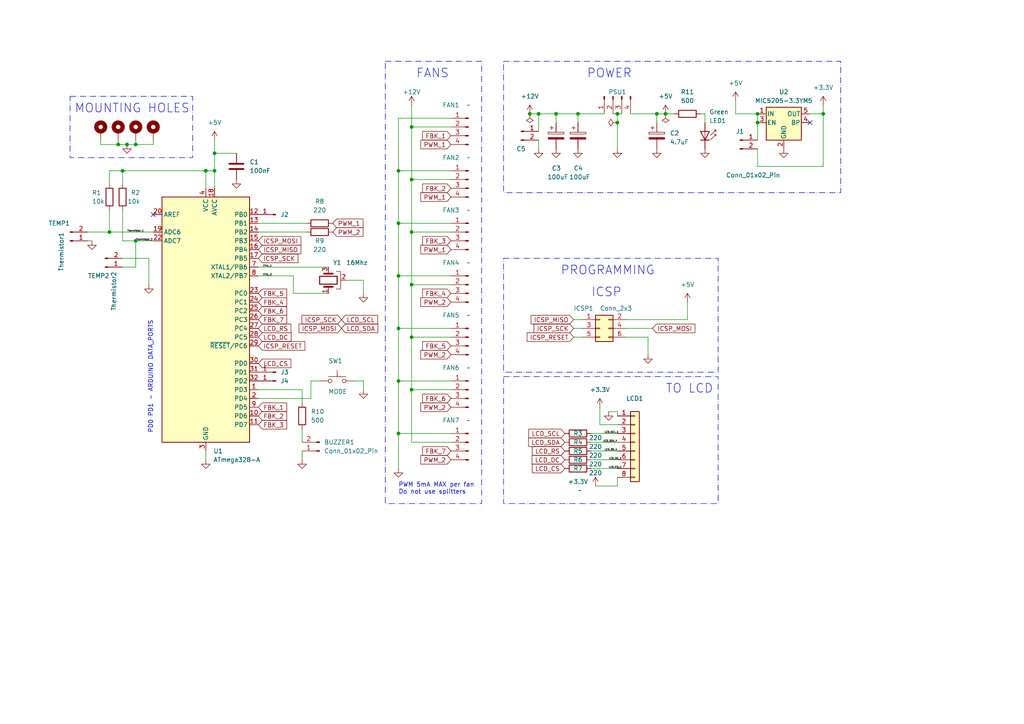
<source format=kicad_sch>
(kicad_sch (version 20230121) (generator eeschema)

  (uuid 0bd43f46-dd4c-46fd-83ed-9ad1d61751e9)

  (paper "A4")

  (title_block
    (title "PWM-Fun-LCD 320x170")
    (date "2024-03-16")
    (rev "β")
    (company "s.o.v.a")
  )

  (lib_symbols
    (symbol "Connector:Conn_01x01_Pin" (pin_names (offset 1.016) hide) (in_bom yes) (on_board yes)
      (property "Reference" "J" (at 0 2.54 0)
        (effects (font (size 1.27 1.27)))
      )
      (property "Value" "Conn_01x01_Pin" (at 0 -2.54 0)
        (effects (font (size 1.27 1.27)))
      )
      (property "Footprint" "" (at 0 0 0)
        (effects (font (size 1.27 1.27)) hide)
      )
      (property "Datasheet" "~" (at 0 0 0)
        (effects (font (size 1.27 1.27)) hide)
      )
      (property "ki_locked" "" (at 0 0 0)
        (effects (font (size 1.27 1.27)))
      )
      (property "ki_keywords" "connector" (at 0 0 0)
        (effects (font (size 1.27 1.27)) hide)
      )
      (property "ki_description" "Generic connector, single row, 01x01, script generated" (at 0 0 0)
        (effects (font (size 1.27 1.27)) hide)
      )
      (property "ki_fp_filters" "Connector*:*_1x??_*" (at 0 0 0)
        (effects (font (size 1.27 1.27)) hide)
      )
      (symbol "Conn_01x01_Pin_1_1"
        (polyline
          (pts
            (xy 1.27 0)
            (xy 0.8636 0)
          )
          (stroke (width 0.1524) (type default))
          (fill (type none))
        )
        (rectangle (start 0.8636 0.127) (end 0 -0.127)
          (stroke (width 0.1524) (type default))
          (fill (type outline))
        )
        (pin passive line (at 5.08 0 180) (length 3.81)
          (name "Pin_1" (effects (font (size 1.27 1.27))))
          (number "1" (effects (font (size 1.27 1.27))))
        )
      )
    )
    (symbol "Connector:Conn_01x02_Pin" (pin_names (offset 1.016) hide) (in_bom yes) (on_board yes)
      (property "Reference" "J" (at 0 2.54 0)
        (effects (font (size 1.27 1.27)))
      )
      (property "Value" "Conn_01x02_Pin" (at 0 -5.08 0)
        (effects (font (size 1.27 1.27)))
      )
      (property "Footprint" "" (at 0 0 0)
        (effects (font (size 1.27 1.27)) hide)
      )
      (property "Datasheet" "~" (at 0 0 0)
        (effects (font (size 1.27 1.27)) hide)
      )
      (property "ki_locked" "" (at 0 0 0)
        (effects (font (size 1.27 1.27)))
      )
      (property "ki_keywords" "connector" (at 0 0 0)
        (effects (font (size 1.27 1.27)) hide)
      )
      (property "ki_description" "Generic connector, single row, 01x02, script generated" (at 0 0 0)
        (effects (font (size 1.27 1.27)) hide)
      )
      (property "ki_fp_filters" "Connector*:*_1x??_*" (at 0 0 0)
        (effects (font (size 1.27 1.27)) hide)
      )
      (symbol "Conn_01x02_Pin_1_1"
        (polyline
          (pts
            (xy 1.27 -2.54)
            (xy 0.8636 -2.54)
          )
          (stroke (width 0.1524) (type default))
          (fill (type none))
        )
        (polyline
          (pts
            (xy 1.27 0)
            (xy 0.8636 0)
          )
          (stroke (width 0.1524) (type default))
          (fill (type none))
        )
        (rectangle (start 0.8636 -2.413) (end 0 -2.667)
          (stroke (width 0.1524) (type default))
          (fill (type outline))
        )
        (rectangle (start 0.8636 0.127) (end 0 -0.127)
          (stroke (width 0.1524) (type default))
          (fill (type outline))
        )
        (pin passive line (at 5.08 0 180) (length 3.81)
          (name "Pin_1" (effects (font (size 1.27 1.27))))
          (number "1" (effects (font (size 1.27 1.27))))
        )
        (pin passive line (at 5.08 -2.54 180) (length 3.81)
          (name "Pin_2" (effects (font (size 1.27 1.27))))
          (number "2" (effects (font (size 1.27 1.27))))
        )
      )
    )
    (symbol "Connector:Conn_01x04_Pin" (pin_names (offset 1.016) hide) (in_bom yes) (on_board yes)
      (property "Reference" "J" (at 0 5.08 0)
        (effects (font (size 1.27 1.27)))
      )
      (property "Value" "Conn_01x04_Pin" (at 0 -7.62 0)
        (effects (font (size 1.27 1.27)))
      )
      (property "Footprint" "" (at 0 0 0)
        (effects (font (size 1.27 1.27)) hide)
      )
      (property "Datasheet" "~" (at 0 0 0)
        (effects (font (size 1.27 1.27)) hide)
      )
      (property "ki_locked" "" (at 0 0 0)
        (effects (font (size 1.27 1.27)))
      )
      (property "ki_keywords" "connector" (at 0 0 0)
        (effects (font (size 1.27 1.27)) hide)
      )
      (property "ki_description" "Generic connector, single row, 01x04, script generated" (at 0 0 0)
        (effects (font (size 1.27 1.27)) hide)
      )
      (property "ki_fp_filters" "Connector*:*_1x??_*" (at 0 0 0)
        (effects (font (size 1.27 1.27)) hide)
      )
      (symbol "Conn_01x04_Pin_1_1"
        (polyline
          (pts
            (xy 1.27 -5.08)
            (xy 0.8636 -5.08)
          )
          (stroke (width 0.1524) (type default))
          (fill (type none))
        )
        (polyline
          (pts
            (xy 1.27 -2.54)
            (xy 0.8636 -2.54)
          )
          (stroke (width 0.1524) (type default))
          (fill (type none))
        )
        (polyline
          (pts
            (xy 1.27 0)
            (xy 0.8636 0)
          )
          (stroke (width 0.1524) (type default))
          (fill (type none))
        )
        (polyline
          (pts
            (xy 1.27 2.54)
            (xy 0.8636 2.54)
          )
          (stroke (width 0.1524) (type default))
          (fill (type none))
        )
        (rectangle (start 0.8636 -4.953) (end 0 -5.207)
          (stroke (width 0.1524) (type default))
          (fill (type outline))
        )
        (rectangle (start 0.8636 -2.413) (end 0 -2.667)
          (stroke (width 0.1524) (type default))
          (fill (type outline))
        )
        (rectangle (start 0.8636 0.127) (end 0 -0.127)
          (stroke (width 0.1524) (type default))
          (fill (type outline))
        )
        (rectangle (start 0.8636 2.667) (end 0 2.413)
          (stroke (width 0.1524) (type default))
          (fill (type outline))
        )
        (pin passive line (at 5.08 2.54 180) (length 3.81)
          (name "Pin_1" (effects (font (size 1.27 1.27))))
          (number "1" (effects (font (size 1.27 1.27))))
        )
        (pin passive line (at 5.08 0 180) (length 3.81)
          (name "Pin_2" (effects (font (size 1.27 1.27))))
          (number "2" (effects (font (size 1.27 1.27))))
        )
        (pin passive line (at 5.08 -2.54 180) (length 3.81)
          (name "Pin_3" (effects (font (size 1.27 1.27))))
          (number "3" (effects (font (size 1.27 1.27))))
        )
        (pin passive line (at 5.08 -5.08 180) (length 3.81)
          (name "Pin_4" (effects (font (size 1.27 1.27))))
          (number "4" (effects (font (size 1.27 1.27))))
        )
      )
    )
    (symbol "Connector_Generic:Conn_01x08" (pin_names (offset 1.016) hide) (in_bom yes) (on_board yes)
      (property "Reference" "J" (at 0 10.16 0)
        (effects (font (size 1.27 1.27)))
      )
      (property "Value" "Conn_01x08" (at 0 -12.7 0)
        (effects (font (size 1.27 1.27)))
      )
      (property "Footprint" "" (at 0 0 0)
        (effects (font (size 1.27 1.27)) hide)
      )
      (property "Datasheet" "~" (at 0 0 0)
        (effects (font (size 1.27 1.27)) hide)
      )
      (property "ki_keywords" "connector" (at 0 0 0)
        (effects (font (size 1.27 1.27)) hide)
      )
      (property "ki_description" "Generic connector, single row, 01x08, script generated (kicad-library-utils/schlib/autogen/connector/)" (at 0 0 0)
        (effects (font (size 1.27 1.27)) hide)
      )
      (property "ki_fp_filters" "Connector*:*_1x??_*" (at 0 0 0)
        (effects (font (size 1.27 1.27)) hide)
      )
      (symbol "Conn_01x08_1_1"
        (rectangle (start -1.27 -10.033) (end 0 -10.287)
          (stroke (width 0.1524) (type default))
          (fill (type none))
        )
        (rectangle (start -1.27 -7.493) (end 0 -7.747)
          (stroke (width 0.1524) (type default))
          (fill (type none))
        )
        (rectangle (start -1.27 -4.953) (end 0 -5.207)
          (stroke (width 0.1524) (type default))
          (fill (type none))
        )
        (rectangle (start -1.27 -2.413) (end 0 -2.667)
          (stroke (width 0.1524) (type default))
          (fill (type none))
        )
        (rectangle (start -1.27 0.127) (end 0 -0.127)
          (stroke (width 0.1524) (type default))
          (fill (type none))
        )
        (rectangle (start -1.27 2.667) (end 0 2.413)
          (stroke (width 0.1524) (type default))
          (fill (type none))
        )
        (rectangle (start -1.27 5.207) (end 0 4.953)
          (stroke (width 0.1524) (type default))
          (fill (type none))
        )
        (rectangle (start -1.27 7.747) (end 0 7.493)
          (stroke (width 0.1524) (type default))
          (fill (type none))
        )
        (rectangle (start -1.27 8.89) (end 1.27 -11.43)
          (stroke (width 0.254) (type default))
          (fill (type background))
        )
        (pin passive line (at -5.08 7.62 0) (length 3.81)
          (name "Pin_1" (effects (font (size 1.27 1.27))))
          (number "1" (effects (font (size 1.27 1.27))))
        )
        (pin passive line (at -5.08 5.08 0) (length 3.81)
          (name "Pin_2" (effects (font (size 1.27 1.27))))
          (number "2" (effects (font (size 1.27 1.27))))
        )
        (pin passive line (at -5.08 2.54 0) (length 3.81)
          (name "Pin_3" (effects (font (size 1.27 1.27))))
          (number "3" (effects (font (size 1.27 1.27))))
        )
        (pin passive line (at -5.08 0 0) (length 3.81)
          (name "Pin_4" (effects (font (size 1.27 1.27))))
          (number "4" (effects (font (size 1.27 1.27))))
        )
        (pin passive line (at -5.08 -2.54 0) (length 3.81)
          (name "Pin_5" (effects (font (size 1.27 1.27))))
          (number "5" (effects (font (size 1.27 1.27))))
        )
        (pin passive line (at -5.08 -5.08 0) (length 3.81)
          (name "Pin_6" (effects (font (size 1.27 1.27))))
          (number "6" (effects (font (size 1.27 1.27))))
        )
        (pin passive line (at -5.08 -7.62 0) (length 3.81)
          (name "Pin_7" (effects (font (size 1.27 1.27))))
          (number "7" (effects (font (size 1.27 1.27))))
        )
        (pin passive line (at -5.08 -10.16 0) (length 3.81)
          (name "Pin_8" (effects (font (size 1.27 1.27))))
          (number "8" (effects (font (size 1.27 1.27))))
        )
      )
    )
    (symbol "Connector_Generic:Conn_02x03_Odd_Even" (pin_names (offset 1.016) hide) (in_bom yes) (on_board yes)
      (property "Reference" "J" (at 1.27 5.08 0)
        (effects (font (size 1.27 1.27)))
      )
      (property "Value" "Conn_02x03_Odd_Even" (at 1.27 -5.08 0)
        (effects (font (size 1.27 1.27)))
      )
      (property "Footprint" "" (at 0 0 0)
        (effects (font (size 1.27 1.27)) hide)
      )
      (property "Datasheet" "~" (at 0 0 0)
        (effects (font (size 1.27 1.27)) hide)
      )
      (property "ki_keywords" "connector" (at 0 0 0)
        (effects (font (size 1.27 1.27)) hide)
      )
      (property "ki_description" "Generic connector, double row, 02x03, odd/even pin numbering scheme (row 1 odd numbers, row 2 even numbers), script generated (kicad-library-utils/schlib/autogen/connector/)" (at 0 0 0)
        (effects (font (size 1.27 1.27)) hide)
      )
      (property "ki_fp_filters" "Connector*:*_2x??_*" (at 0 0 0)
        (effects (font (size 1.27 1.27)) hide)
      )
      (symbol "Conn_02x03_Odd_Even_1_1"
        (rectangle (start -1.27 -2.413) (end 0 -2.667)
          (stroke (width 0.1524) (type default))
          (fill (type none))
        )
        (rectangle (start -1.27 0.127) (end 0 -0.127)
          (stroke (width 0.1524) (type default))
          (fill (type none))
        )
        (rectangle (start -1.27 2.667) (end 0 2.413)
          (stroke (width 0.1524) (type default))
          (fill (type none))
        )
        (rectangle (start -1.27 3.81) (end 3.81 -3.81)
          (stroke (width 0.254) (type default))
          (fill (type background))
        )
        (rectangle (start 3.81 -2.413) (end 2.54 -2.667)
          (stroke (width 0.1524) (type default))
          (fill (type none))
        )
        (rectangle (start 3.81 0.127) (end 2.54 -0.127)
          (stroke (width 0.1524) (type default))
          (fill (type none))
        )
        (rectangle (start 3.81 2.667) (end 2.54 2.413)
          (stroke (width 0.1524) (type default))
          (fill (type none))
        )
        (pin passive line (at -5.08 2.54 0) (length 3.81)
          (name "Pin_1" (effects (font (size 1.27 1.27))))
          (number "1" (effects (font (size 1.27 1.27))))
        )
        (pin passive line (at 7.62 2.54 180) (length 3.81)
          (name "Pin_2" (effects (font (size 1.27 1.27))))
          (number "2" (effects (font (size 1.27 1.27))))
        )
        (pin passive line (at -5.08 0 0) (length 3.81)
          (name "Pin_3" (effects (font (size 1.27 1.27))))
          (number "3" (effects (font (size 1.27 1.27))))
        )
        (pin passive line (at 7.62 0 180) (length 3.81)
          (name "Pin_4" (effects (font (size 1.27 1.27))))
          (number "4" (effects (font (size 1.27 1.27))))
        )
        (pin passive line (at -5.08 -2.54 0) (length 3.81)
          (name "Pin_5" (effects (font (size 1.27 1.27))))
          (number "5" (effects (font (size 1.27 1.27))))
        )
        (pin passive line (at 7.62 -2.54 180) (length 3.81)
          (name "Pin_6" (effects (font (size 1.27 1.27))))
          (number "6" (effects (font (size 1.27 1.27))))
        )
      )
    )
    (symbol "Device:C" (pin_numbers hide) (pin_names (offset 0.254)) (in_bom yes) (on_board yes)
      (property "Reference" "C" (at 0.635 2.54 0)
        (effects (font (size 1.27 1.27)) (justify left))
      )
      (property "Value" "C" (at 0.635 -2.54 0)
        (effects (font (size 1.27 1.27)) (justify left))
      )
      (property "Footprint" "" (at 0.9652 -3.81 0)
        (effects (font (size 1.27 1.27)) hide)
      )
      (property "Datasheet" "~" (at 0 0 0)
        (effects (font (size 1.27 1.27)) hide)
      )
      (property "ki_keywords" "cap capacitor" (at 0 0 0)
        (effects (font (size 1.27 1.27)) hide)
      )
      (property "ki_description" "Unpolarized capacitor" (at 0 0 0)
        (effects (font (size 1.27 1.27)) hide)
      )
      (property "ki_fp_filters" "C_*" (at 0 0 0)
        (effects (font (size 1.27 1.27)) hide)
      )
      (symbol "C_0_1"
        (polyline
          (pts
            (xy -2.032 -0.762)
            (xy 2.032 -0.762)
          )
          (stroke (width 0.508) (type default))
          (fill (type none))
        )
        (polyline
          (pts
            (xy -2.032 0.762)
            (xy 2.032 0.762)
          )
          (stroke (width 0.508) (type default))
          (fill (type none))
        )
      )
      (symbol "C_1_1"
        (pin passive line (at 0 3.81 270) (length 2.794)
          (name "~" (effects (font (size 1.27 1.27))))
          (number "1" (effects (font (size 1.27 1.27))))
        )
        (pin passive line (at 0 -3.81 90) (length 2.794)
          (name "~" (effects (font (size 1.27 1.27))))
          (number "2" (effects (font (size 1.27 1.27))))
        )
      )
    )
    (symbol "Device:C_Polarized" (pin_numbers hide) (pin_names (offset 0.254)) (in_bom yes) (on_board yes)
      (property "Reference" "C" (at 0.635 2.54 0)
        (effects (font (size 1.27 1.27)) (justify left))
      )
      (property "Value" "C_Polarized" (at 0.635 -2.54 0)
        (effects (font (size 1.27 1.27)) (justify left))
      )
      (property "Footprint" "" (at 0.9652 -3.81 0)
        (effects (font (size 1.27 1.27)) hide)
      )
      (property "Datasheet" "~" (at 0 0 0)
        (effects (font (size 1.27 1.27)) hide)
      )
      (property "ki_keywords" "cap capacitor" (at 0 0 0)
        (effects (font (size 1.27 1.27)) hide)
      )
      (property "ki_description" "Polarized capacitor" (at 0 0 0)
        (effects (font (size 1.27 1.27)) hide)
      )
      (property "ki_fp_filters" "CP_*" (at 0 0 0)
        (effects (font (size 1.27 1.27)) hide)
      )
      (symbol "C_Polarized_0_1"
        (rectangle (start -2.286 0.508) (end 2.286 1.016)
          (stroke (width 0) (type default))
          (fill (type none))
        )
        (polyline
          (pts
            (xy -1.778 2.286)
            (xy -0.762 2.286)
          )
          (stroke (width 0) (type default))
          (fill (type none))
        )
        (polyline
          (pts
            (xy -1.27 2.794)
            (xy -1.27 1.778)
          )
          (stroke (width 0) (type default))
          (fill (type none))
        )
        (rectangle (start 2.286 -0.508) (end -2.286 -1.016)
          (stroke (width 0) (type default))
          (fill (type outline))
        )
      )
      (symbol "C_Polarized_1_1"
        (pin passive line (at 0 3.81 270) (length 2.794)
          (name "~" (effects (font (size 1.27 1.27))))
          (number "1" (effects (font (size 1.27 1.27))))
        )
        (pin passive line (at 0 -3.81 90) (length 2.794)
          (name "~" (effects (font (size 1.27 1.27))))
          (number "2" (effects (font (size 1.27 1.27))))
        )
      )
    )
    (symbol "Device:Crystal_GND2" (pin_names (offset 1.016) hide) (in_bom yes) (on_board yes)
      (property "Reference" "Y" (at 0 5.715 0)
        (effects (font (size 1.27 1.27)))
      )
      (property "Value" "Crystal_GND2" (at 0 3.81 0)
        (effects (font (size 1.27 1.27)))
      )
      (property "Footprint" "" (at 0 0 0)
        (effects (font (size 1.27 1.27)) hide)
      )
      (property "Datasheet" "~" (at 0 0 0)
        (effects (font (size 1.27 1.27)) hide)
      )
      (property "ki_keywords" "quartz ceramic resonator oscillator" (at 0 0 0)
        (effects (font (size 1.27 1.27)) hide)
      )
      (property "ki_description" "Three pin crystal, GND on pin 2" (at 0 0 0)
        (effects (font (size 1.27 1.27)) hide)
      )
      (property "ki_fp_filters" "Crystal*" (at 0 0 0)
        (effects (font (size 1.27 1.27)) hide)
      )
      (symbol "Crystal_GND2_0_1"
        (rectangle (start -1.143 2.54) (end 1.143 -2.54)
          (stroke (width 0.3048) (type default))
          (fill (type none))
        )
        (polyline
          (pts
            (xy -2.54 0)
            (xy -1.905 0)
          )
          (stroke (width 0) (type default))
          (fill (type none))
        )
        (polyline
          (pts
            (xy -1.905 -1.27)
            (xy -1.905 1.27)
          )
          (stroke (width 0.508) (type default))
          (fill (type none))
        )
        (polyline
          (pts
            (xy 0 -3.81)
            (xy 0 -3.556)
          )
          (stroke (width 0) (type default))
          (fill (type none))
        )
        (polyline
          (pts
            (xy 1.905 0)
            (xy 2.54 0)
          )
          (stroke (width 0) (type default))
          (fill (type none))
        )
        (polyline
          (pts
            (xy 1.905 1.27)
            (xy 1.905 -1.27)
          )
          (stroke (width 0.508) (type default))
          (fill (type none))
        )
        (polyline
          (pts
            (xy -2.54 -2.286)
            (xy -2.54 -3.556)
            (xy 2.54 -3.556)
            (xy 2.54 -2.286)
          )
          (stroke (width 0) (type default))
          (fill (type none))
        )
      )
      (symbol "Crystal_GND2_1_1"
        (pin passive line (at -3.81 0 0) (length 1.27)
          (name "1" (effects (font (size 1.27 1.27))))
          (number "1" (effects (font (size 1.27 1.27))))
        )
        (pin passive line (at 0 -5.08 90) (length 1.27)
          (name "2" (effects (font (size 1.27 1.27))))
          (number "2" (effects (font (size 1.27 1.27))))
        )
        (pin passive line (at 3.81 0 180) (length 1.27)
          (name "3" (effects (font (size 1.27 1.27))))
          (number "3" (effects (font (size 1.27 1.27))))
        )
      )
    )
    (symbol "Device:R" (pin_numbers hide) (pin_names (offset 0)) (in_bom yes) (on_board yes)
      (property "Reference" "R" (at 2.032 0 90)
        (effects (font (size 1.27 1.27)))
      )
      (property "Value" "R" (at 0 0 90)
        (effects (font (size 1.27 1.27)))
      )
      (property "Footprint" "" (at -1.778 0 90)
        (effects (font (size 1.27 1.27)) hide)
      )
      (property "Datasheet" "~" (at 0 0 0)
        (effects (font (size 1.27 1.27)) hide)
      )
      (property "ki_keywords" "R res resistor" (at 0 0 0)
        (effects (font (size 1.27 1.27)) hide)
      )
      (property "ki_description" "Resistor" (at 0 0 0)
        (effects (font (size 1.27 1.27)) hide)
      )
      (property "ki_fp_filters" "R_*" (at 0 0 0)
        (effects (font (size 1.27 1.27)) hide)
      )
      (symbol "R_0_1"
        (rectangle (start -1.016 -2.54) (end 1.016 2.54)
          (stroke (width 0.254) (type default))
          (fill (type none))
        )
      )
      (symbol "R_1_1"
        (pin passive line (at 0 3.81 270) (length 1.27)
          (name "~" (effects (font (size 1.27 1.27))))
          (number "1" (effects (font (size 1.27 1.27))))
        )
        (pin passive line (at 0 -3.81 90) (length 1.27)
          (name "~" (effects (font (size 1.27 1.27))))
          (number "2" (effects (font (size 1.27 1.27))))
        )
      )
    )
    (symbol "LED:CQY99" (pin_numbers hide) (pin_names (offset 1.016) hide) (in_bom yes) (on_board yes)
      (property "Reference" "D" (at 0.508 1.778 0)
        (effects (font (size 1.27 1.27)) (justify left))
      )
      (property "Value" "CQY99" (at -1.016 -2.794 0)
        (effects (font (size 1.27 1.27)))
      )
      (property "Footprint" "LED_THT:LED_D5.0mm_IRGrey" (at 0 4.445 0)
        (effects (font (size 1.27 1.27)) hide)
      )
      (property "Datasheet" "https://www.prtice.info/IMG/pdf/CQY99.pdf" (at -1.27 0 0)
        (effects (font (size 1.27 1.27)) hide)
      )
      (property "ki_keywords" "IR LED" (at 0 0 0)
        (effects (font (size 1.27 1.27)) hide)
      )
      (property "ki_description" "950nm IR-LED, 5mm" (at 0 0 0)
        (effects (font (size 1.27 1.27)) hide)
      )
      (property "ki_fp_filters" "LED*5.0mm*IRGrey*" (at 0 0 0)
        (effects (font (size 1.27 1.27)) hide)
      )
      (symbol "CQY99_0_1"
        (polyline
          (pts
            (xy -2.54 1.27)
            (xy -2.54 -1.27)
          )
          (stroke (width 0.254) (type default))
          (fill (type none))
        )
        (polyline
          (pts
            (xy 0 0)
            (xy -2.54 0)
          )
          (stroke (width 0) (type default))
          (fill (type none))
        )
        (polyline
          (pts
            (xy 0.381 3.175)
            (xy -0.127 3.175)
          )
          (stroke (width 0) (type default))
          (fill (type none))
        )
        (polyline
          (pts
            (xy -1.143 1.651)
            (xy 0.381 3.175)
            (xy 0.381 2.667)
          )
          (stroke (width 0) (type default))
          (fill (type none))
        )
        (polyline
          (pts
            (xy 0 -1.27)
            (xy -2.54 0)
            (xy 0 1.27)
            (xy 0 -1.27)
          )
          (stroke (width 0.254) (type default))
          (fill (type none))
        )
        (polyline
          (pts
            (xy -2.413 1.651)
            (xy -0.889 3.175)
            (xy -0.889 2.667)
            (xy -0.889 3.175)
            (xy -1.397 3.175)
          )
          (stroke (width 0) (type default))
          (fill (type none))
        )
      )
      (symbol "CQY99_1_1"
        (pin passive line (at -5.08 0 0) (length 2.54)
          (name "K" (effects (font (size 1.27 1.27))))
          (number "1" (effects (font (size 1.27 1.27))))
        )
        (pin passive line (at 2.54 0 180) (length 2.54)
          (name "A" (effects (font (size 1.27 1.27))))
          (number "2" (effects (font (size 1.27 1.27))))
        )
      )
    )
    (symbol "MCU_Microchip_ATmega:ATmega328-A" (in_bom yes) (on_board yes)
      (property "Reference" "U" (at -12.7 36.83 0)
        (effects (font (size 1.27 1.27)) (justify left bottom))
      )
      (property "Value" "ATmega328-A" (at 2.54 -36.83 0)
        (effects (font (size 1.27 1.27)) (justify left top))
      )
      (property "Footprint" "Package_QFP:TQFP-32_7x7mm_P0.8mm" (at 0 0 0)
        (effects (font (size 1.27 1.27) italic) hide)
      )
      (property "Datasheet" "http://ww1.microchip.com/downloads/en/DeviceDoc/ATmega328_P%20AVR%20MCU%20with%20picoPower%20Technology%20Data%20Sheet%2040001984A.pdf" (at 0 0 0)
        (effects (font (size 1.27 1.27)) hide)
      )
      (property "ki_keywords" "AVR 8bit Microcontroller MegaAVR" (at 0 0 0)
        (effects (font (size 1.27 1.27)) hide)
      )
      (property "ki_description" "20MHz, 32kB Flash, 2kB SRAM, 1kB EEPROM, TQFP-32" (at 0 0 0)
        (effects (font (size 1.27 1.27)) hide)
      )
      (property "ki_fp_filters" "TQFP*7x7mm*P0.8mm*" (at 0 0 0)
        (effects (font (size 1.27 1.27)) hide)
      )
      (symbol "ATmega328-A_0_1"
        (rectangle (start -12.7 -35.56) (end 12.7 35.56)
          (stroke (width 0.254) (type default))
          (fill (type background))
        )
      )
      (symbol "ATmega328-A_1_1"
        (pin bidirectional line (at 15.24 -20.32 180) (length 2.54)
          (name "PD3" (effects (font (size 1.27 1.27))))
          (number "1" (effects (font (size 1.27 1.27))))
        )
        (pin bidirectional line (at 15.24 -27.94 180) (length 2.54)
          (name "PD6" (effects (font (size 1.27 1.27))))
          (number "10" (effects (font (size 1.27 1.27))))
        )
        (pin bidirectional line (at 15.24 -30.48 180) (length 2.54)
          (name "PD7" (effects (font (size 1.27 1.27))))
          (number "11" (effects (font (size 1.27 1.27))))
        )
        (pin bidirectional line (at 15.24 30.48 180) (length 2.54)
          (name "PB0" (effects (font (size 1.27 1.27))))
          (number "12" (effects (font (size 1.27 1.27))))
        )
        (pin bidirectional line (at 15.24 27.94 180) (length 2.54)
          (name "PB1" (effects (font (size 1.27 1.27))))
          (number "13" (effects (font (size 1.27 1.27))))
        )
        (pin bidirectional line (at 15.24 25.4 180) (length 2.54)
          (name "PB2" (effects (font (size 1.27 1.27))))
          (number "14" (effects (font (size 1.27 1.27))))
        )
        (pin bidirectional line (at 15.24 22.86 180) (length 2.54)
          (name "PB3" (effects (font (size 1.27 1.27))))
          (number "15" (effects (font (size 1.27 1.27))))
        )
        (pin bidirectional line (at 15.24 20.32 180) (length 2.54)
          (name "PB4" (effects (font (size 1.27 1.27))))
          (number "16" (effects (font (size 1.27 1.27))))
        )
        (pin bidirectional line (at 15.24 17.78 180) (length 2.54)
          (name "PB5" (effects (font (size 1.27 1.27))))
          (number "17" (effects (font (size 1.27 1.27))))
        )
        (pin power_in line (at 2.54 38.1 270) (length 2.54)
          (name "AVCC" (effects (font (size 1.27 1.27))))
          (number "18" (effects (font (size 1.27 1.27))))
        )
        (pin input line (at -15.24 25.4 0) (length 2.54)
          (name "ADC6" (effects (font (size 1.27 1.27))))
          (number "19" (effects (font (size 1.27 1.27))))
        )
        (pin bidirectional line (at 15.24 -22.86 180) (length 2.54)
          (name "PD4" (effects (font (size 1.27 1.27))))
          (number "2" (effects (font (size 1.27 1.27))))
        )
        (pin passive line (at -15.24 30.48 0) (length 2.54)
          (name "AREF" (effects (font (size 1.27 1.27))))
          (number "20" (effects (font (size 1.27 1.27))))
        )
        (pin passive line (at 0 -38.1 90) (length 2.54) hide
          (name "GND" (effects (font (size 1.27 1.27))))
          (number "21" (effects (font (size 1.27 1.27))))
        )
        (pin input line (at -15.24 22.86 0) (length 2.54)
          (name "ADC7" (effects (font (size 1.27 1.27))))
          (number "22" (effects (font (size 1.27 1.27))))
        )
        (pin bidirectional line (at 15.24 7.62 180) (length 2.54)
          (name "PC0" (effects (font (size 1.27 1.27))))
          (number "23" (effects (font (size 1.27 1.27))))
        )
        (pin bidirectional line (at 15.24 5.08 180) (length 2.54)
          (name "PC1" (effects (font (size 1.27 1.27))))
          (number "24" (effects (font (size 1.27 1.27))))
        )
        (pin bidirectional line (at 15.24 2.54 180) (length 2.54)
          (name "PC2" (effects (font (size 1.27 1.27))))
          (number "25" (effects (font (size 1.27 1.27))))
        )
        (pin bidirectional line (at 15.24 0 180) (length 2.54)
          (name "PC3" (effects (font (size 1.27 1.27))))
          (number "26" (effects (font (size 1.27 1.27))))
        )
        (pin bidirectional line (at 15.24 -2.54 180) (length 2.54)
          (name "PC4" (effects (font (size 1.27 1.27))))
          (number "27" (effects (font (size 1.27 1.27))))
        )
        (pin bidirectional line (at 15.24 -5.08 180) (length 2.54)
          (name "PC5" (effects (font (size 1.27 1.27))))
          (number "28" (effects (font (size 1.27 1.27))))
        )
        (pin bidirectional line (at 15.24 -7.62 180) (length 2.54)
          (name "~{RESET}/PC6" (effects (font (size 1.27 1.27))))
          (number "29" (effects (font (size 1.27 1.27))))
        )
        (pin power_in line (at 0 -38.1 90) (length 2.54)
          (name "GND" (effects (font (size 1.27 1.27))))
          (number "3" (effects (font (size 1.27 1.27))))
        )
        (pin bidirectional line (at 15.24 -12.7 180) (length 2.54)
          (name "PD0" (effects (font (size 1.27 1.27))))
          (number "30" (effects (font (size 1.27 1.27))))
        )
        (pin bidirectional line (at 15.24 -15.24 180) (length 2.54)
          (name "PD1" (effects (font (size 1.27 1.27))))
          (number "31" (effects (font (size 1.27 1.27))))
        )
        (pin bidirectional line (at 15.24 -17.78 180) (length 2.54)
          (name "PD2" (effects (font (size 1.27 1.27))))
          (number "32" (effects (font (size 1.27 1.27))))
        )
        (pin power_in line (at 0 38.1 270) (length 2.54)
          (name "VCC" (effects (font (size 1.27 1.27))))
          (number "4" (effects (font (size 1.27 1.27))))
        )
        (pin passive line (at 0 -38.1 90) (length 2.54) hide
          (name "GND" (effects (font (size 1.27 1.27))))
          (number "5" (effects (font (size 1.27 1.27))))
        )
        (pin passive line (at 0 38.1 270) (length 2.54) hide
          (name "VCC" (effects (font (size 1.27 1.27))))
          (number "6" (effects (font (size 1.27 1.27))))
        )
        (pin bidirectional line (at 15.24 15.24 180) (length 2.54)
          (name "XTAL1/PB6" (effects (font (size 1.27 1.27))))
          (number "7" (effects (font (size 1.27 1.27))))
        )
        (pin bidirectional line (at 15.24 12.7 180) (length 2.54)
          (name "XTAL2/PB7" (effects (font (size 1.27 1.27))))
          (number "8" (effects (font (size 1.27 1.27))))
        )
        (pin bidirectional line (at 15.24 -25.4 180) (length 2.54)
          (name "PD5" (effects (font (size 1.27 1.27))))
          (number "9" (effects (font (size 1.27 1.27))))
        )
      )
    )
    (symbol "Mechanical:MountingHole_Pad" (pin_numbers hide) (pin_names (offset 1.016) hide) (in_bom yes) (on_board yes)
      (property "Reference" "H" (at 0 6.35 0)
        (effects (font (size 1.27 1.27)))
      )
      (property "Value" "MountingHole_Pad" (at 0 4.445 0)
        (effects (font (size 1.27 1.27)))
      )
      (property "Footprint" "" (at 0 0 0)
        (effects (font (size 1.27 1.27)) hide)
      )
      (property "Datasheet" "~" (at 0 0 0)
        (effects (font (size 1.27 1.27)) hide)
      )
      (property "ki_keywords" "mounting hole" (at 0 0 0)
        (effects (font (size 1.27 1.27)) hide)
      )
      (property "ki_description" "Mounting Hole with connection" (at 0 0 0)
        (effects (font (size 1.27 1.27)) hide)
      )
      (property "ki_fp_filters" "MountingHole*Pad*" (at 0 0 0)
        (effects (font (size 1.27 1.27)) hide)
      )
      (symbol "MountingHole_Pad_0_1"
        (circle (center 0 1.27) (radius 1.27)
          (stroke (width 1.27) (type default))
          (fill (type none))
        )
      )
      (symbol "MountingHole_Pad_1_1"
        (pin input line (at 0 -2.54 90) (length 2.54)
          (name "1" (effects (font (size 1.27 1.27))))
          (number "1" (effects (font (size 1.27 1.27))))
        )
      )
    )
    (symbol "Regulator_Linear:MIC5205-3.3YM5" (pin_names (offset 0.254)) (in_bom yes) (on_board yes)
      (property "Reference" "U" (at -3.81 5.715 0)
        (effects (font (size 1.27 1.27)))
      )
      (property "Value" "MIC5205-3.3YM5" (at 0 5.715 0)
        (effects (font (size 1.27 1.27)) (justify left))
      )
      (property "Footprint" "Package_TO_SOT_SMD:SOT-23-5" (at 0 8.255 0)
        (effects (font (size 1.27 1.27)) hide)
      )
      (property "Datasheet" "http://ww1.microchip.com/downloads/en/DeviceDoc/20005785A.pdf" (at 0 0 0)
        (effects (font (size 1.27 1.27)) hide)
      )
      (property "ki_keywords" "150mA low-noise LDO linear voltage regulator fixed positive" (at 0 0 0)
        (effects (font (size 1.27 1.27)) hide)
      )
      (property "ki_description" "150mA low dropout linear regulator, fixed 3.3V output, SOT-23-5" (at 0 0 0)
        (effects (font (size 1.27 1.27)) hide)
      )
      (property "ki_fp_filters" "SOT?23*" (at 0 0 0)
        (effects (font (size 1.27 1.27)) hide)
      )
      (symbol "MIC5205-3.3YM5_0_1"
        (rectangle (start -5.08 4.445) (end 5.08 -5.08)
          (stroke (width 0.254) (type default))
          (fill (type background))
        )
      )
      (symbol "MIC5205-3.3YM5_1_1"
        (pin power_in line (at -7.62 2.54 0) (length 2.54)
          (name "IN" (effects (font (size 1.27 1.27))))
          (number "1" (effects (font (size 1.27 1.27))))
        )
        (pin power_in line (at 0 -7.62 90) (length 2.54)
          (name "GND" (effects (font (size 1.27 1.27))))
          (number "2" (effects (font (size 1.27 1.27))))
        )
        (pin input line (at -7.62 0 0) (length 2.54)
          (name "EN" (effects (font (size 1.27 1.27))))
          (number "3" (effects (font (size 1.27 1.27))))
        )
        (pin input line (at 7.62 0 180) (length 2.54)
          (name "BP" (effects (font (size 1.27 1.27))))
          (number "4" (effects (font (size 1.27 1.27))))
        )
        (pin power_out line (at 7.62 2.54 180) (length 2.54)
          (name "OUT" (effects (font (size 1.27 1.27))))
          (number "5" (effects (font (size 1.27 1.27))))
        )
      )
    )
    (symbol "Switch:SW_Push" (pin_numbers hide) (pin_names (offset 1.016) hide) (in_bom yes) (on_board yes)
      (property "Reference" "SW" (at 1.27 2.54 0)
        (effects (font (size 1.27 1.27)) (justify left))
      )
      (property "Value" "SW_Push" (at 0 -1.524 0)
        (effects (font (size 1.27 1.27)))
      )
      (property "Footprint" "" (at 0 5.08 0)
        (effects (font (size 1.27 1.27)) hide)
      )
      (property "Datasheet" "~" (at 0 5.08 0)
        (effects (font (size 1.27 1.27)) hide)
      )
      (property "ki_keywords" "switch normally-open pushbutton push-button" (at 0 0 0)
        (effects (font (size 1.27 1.27)) hide)
      )
      (property "ki_description" "Push button switch, generic, two pins" (at 0 0 0)
        (effects (font (size 1.27 1.27)) hide)
      )
      (symbol "SW_Push_0_1"
        (circle (center -2.032 0) (radius 0.508)
          (stroke (width 0) (type default))
          (fill (type none))
        )
        (polyline
          (pts
            (xy 0 1.27)
            (xy 0 3.048)
          )
          (stroke (width 0) (type default))
          (fill (type none))
        )
        (polyline
          (pts
            (xy 2.54 1.27)
            (xy -2.54 1.27)
          )
          (stroke (width 0) (type default))
          (fill (type none))
        )
        (circle (center 2.032 0) (radius 0.508)
          (stroke (width 0) (type default))
          (fill (type none))
        )
        (pin passive line (at -5.08 0 0) (length 2.54)
          (name "1" (effects (font (size 1.27 1.27))))
          (number "1" (effects (font (size 1.27 1.27))))
        )
        (pin passive line (at 5.08 0 180) (length 2.54)
          (name "2" (effects (font (size 1.27 1.27))))
          (number "2" (effects (font (size 1.27 1.27))))
        )
      )
    )
    (symbol "power:+12V" (power) (pin_names (offset 0)) (in_bom yes) (on_board yes)
      (property "Reference" "#PWR" (at 0 -3.81 0)
        (effects (font (size 1.27 1.27)) hide)
      )
      (property "Value" "+12V" (at 0 3.556 0)
        (effects (font (size 1.27 1.27)))
      )
      (property "Footprint" "" (at 0 0 0)
        (effects (font (size 1.27 1.27)) hide)
      )
      (property "Datasheet" "" (at 0 0 0)
        (effects (font (size 1.27 1.27)) hide)
      )
      (property "ki_keywords" "global power" (at 0 0 0)
        (effects (font (size 1.27 1.27)) hide)
      )
      (property "ki_description" "Power symbol creates a global label with name \"+12V\"" (at 0 0 0)
        (effects (font (size 1.27 1.27)) hide)
      )
      (symbol "+12V_0_1"
        (polyline
          (pts
            (xy -0.762 1.27)
            (xy 0 2.54)
          )
          (stroke (width 0) (type default))
          (fill (type none))
        )
        (polyline
          (pts
            (xy 0 0)
            (xy 0 2.54)
          )
          (stroke (width 0) (type default))
          (fill (type none))
        )
        (polyline
          (pts
            (xy 0 2.54)
            (xy 0.762 1.27)
          )
          (stroke (width 0) (type default))
          (fill (type none))
        )
      )
      (symbol "+12V_1_1"
        (pin power_in line (at 0 0 90) (length 0) hide
          (name "+12V" (effects (font (size 1.27 1.27))))
          (number "1" (effects (font (size 1.27 1.27))))
        )
      )
    )
    (symbol "power:+3.3V" (power) (pin_names (offset 0)) (in_bom yes) (on_board yes)
      (property "Reference" "#PWR" (at 0 -3.81 0)
        (effects (font (size 1.27 1.27)) hide)
      )
      (property "Value" "+3.3V" (at 0 3.556 0)
        (effects (font (size 1.27 1.27)))
      )
      (property "Footprint" "" (at 0 0 0)
        (effects (font (size 1.27 1.27)) hide)
      )
      (property "Datasheet" "" (at 0 0 0)
        (effects (font (size 1.27 1.27)) hide)
      )
      (property "ki_keywords" "global power" (at 0 0 0)
        (effects (font (size 1.27 1.27)) hide)
      )
      (property "ki_description" "Power symbol creates a global label with name \"+3.3V\"" (at 0 0 0)
        (effects (font (size 1.27 1.27)) hide)
      )
      (symbol "+3.3V_0_1"
        (polyline
          (pts
            (xy -0.762 1.27)
            (xy 0 2.54)
          )
          (stroke (width 0) (type default))
          (fill (type none))
        )
        (polyline
          (pts
            (xy 0 0)
            (xy 0 2.54)
          )
          (stroke (width 0) (type default))
          (fill (type none))
        )
        (polyline
          (pts
            (xy 0 2.54)
            (xy 0.762 1.27)
          )
          (stroke (width 0) (type default))
          (fill (type none))
        )
      )
      (symbol "+3.3V_1_1"
        (pin power_in line (at 0 0 90) (length 0) hide
          (name "+3.3V" (effects (font (size 1.27 1.27))))
          (number "1" (effects (font (size 1.27 1.27))))
        )
      )
    )
    (symbol "power:+5V" (power) (pin_names (offset 0)) (in_bom yes) (on_board yes)
      (property "Reference" "#PWR" (at 0 -3.81 0)
        (effects (font (size 1.27 1.27)) hide)
      )
      (property "Value" "+5V" (at 0 3.556 0)
        (effects (font (size 1.27 1.27)))
      )
      (property "Footprint" "" (at 0 0 0)
        (effects (font (size 1.27 1.27)) hide)
      )
      (property "Datasheet" "" (at 0 0 0)
        (effects (font (size 1.27 1.27)) hide)
      )
      (property "ki_keywords" "global power" (at 0 0 0)
        (effects (font (size 1.27 1.27)) hide)
      )
      (property "ki_description" "Power symbol creates a global label with name \"+5V\"" (at 0 0 0)
        (effects (font (size 1.27 1.27)) hide)
      )
      (symbol "+5V_0_1"
        (polyline
          (pts
            (xy -0.762 1.27)
            (xy 0 2.54)
          )
          (stroke (width 0) (type default))
          (fill (type none))
        )
        (polyline
          (pts
            (xy 0 0)
            (xy 0 2.54)
          )
          (stroke (width 0) (type default))
          (fill (type none))
        )
        (polyline
          (pts
            (xy 0 2.54)
            (xy 0.762 1.27)
          )
          (stroke (width 0) (type default))
          (fill (type none))
        )
      )
      (symbol "+5V_1_1"
        (pin power_in line (at 0 0 90) (length 0) hide
          (name "+5V" (effects (font (size 1.27 1.27))))
          (number "1" (effects (font (size 1.27 1.27))))
        )
      )
    )
    (symbol "power:GND" (power) (pin_names (offset 0)) (in_bom yes) (on_board yes)
      (property "Reference" "#PWR" (at 0 -6.35 0)
        (effects (font (size 1.27 1.27)) hide)
      )
      (property "Value" "GND" (at 0 -3.81 0)
        (effects (font (size 1.27 1.27)))
      )
      (property "Footprint" "" (at 0 0 0)
        (effects (font (size 1.27 1.27)) hide)
      )
      (property "Datasheet" "" (at 0 0 0)
        (effects (font (size 1.27 1.27)) hide)
      )
      (property "ki_keywords" "global power" (at 0 0 0)
        (effects (font (size 1.27 1.27)) hide)
      )
      (property "ki_description" "Power symbol creates a global label with name \"GND\" , ground" (at 0 0 0)
        (effects (font (size 1.27 1.27)) hide)
      )
      (symbol "GND_0_1"
        (polyline
          (pts
            (xy 0 0)
            (xy 0 -1.27)
            (xy 1.27 -1.27)
            (xy 0 -2.54)
            (xy -1.27 -1.27)
            (xy 0 -1.27)
          )
          (stroke (width 0) (type default))
          (fill (type none))
        )
      )
      (symbol "GND_1_1"
        (pin power_in line (at 0 0 270) (length 0) hide
          (name "GND" (effects (font (size 1.27 1.27))))
          (number "1" (effects (font (size 1.27 1.27))))
        )
      )
    )
    (symbol "power:PWR_FLAG" (power) (pin_numbers hide) (pin_names (offset 0) hide) (in_bom yes) (on_board yes)
      (property "Reference" "#FLG" (at 0 1.905 0)
        (effects (font (size 1.27 1.27)) hide)
      )
      (property "Value" "PWR_FLAG" (at 0 3.81 0)
        (effects (font (size 1.27 1.27)))
      )
      (property "Footprint" "" (at 0 0 0)
        (effects (font (size 1.27 1.27)) hide)
      )
      (property "Datasheet" "~" (at 0 0 0)
        (effects (font (size 1.27 1.27)) hide)
      )
      (property "ki_keywords" "flag power" (at 0 0 0)
        (effects (font (size 1.27 1.27)) hide)
      )
      (property "ki_description" "Special symbol for telling ERC where power comes from" (at 0 0 0)
        (effects (font (size 1.27 1.27)) hide)
      )
      (symbol "PWR_FLAG_0_0"
        (pin power_out line (at 0 0 90) (length 0)
          (name "pwr" (effects (font (size 1.27 1.27))))
          (number "1" (effects (font (size 1.27 1.27))))
        )
      )
      (symbol "PWR_FLAG_0_1"
        (polyline
          (pts
            (xy 0 0)
            (xy 0 1.27)
            (xy -1.016 1.905)
            (xy 0 2.54)
            (xy 1.016 1.905)
            (xy 0 1.27)
          )
          (stroke (width 0) (type default))
          (fill (type none))
        )
      )
    )
  )

  (junction (at 119.38 67.31) (diameter 0) (color 0 0 0 0)
    (uuid 04ddeb08-e563-460f-a700-a54ef1ec6a18)
  )
  (junction (at 119.38 52.07) (diameter 0) (color 0 0 0 0)
    (uuid 0bf07cc5-d406-4312-9fa4-069b9c92df9b)
  )
  (junction (at 167.64 33.02) (diameter 0) (color 0 0 0 0)
    (uuid 11032502-c39e-4905-ad0b-1c8d9d4fd51f)
  )
  (junction (at 153.67 33.02) (diameter 0) (color 0 0 0 0)
    (uuid 231fd61b-a77a-4149-86ae-2bc5fbaeb467)
  )
  (junction (at 115.57 125.73) (diameter 0) (color 0 0 0 0)
    (uuid 284be374-837f-42ea-8e36-63e680c7d5ce)
  )
  (junction (at 62.23 44.45) (diameter 0) (color 0 0 0 0)
    (uuid 3f988f08-518e-4490-afb0-be3a90e8550f)
  )
  (junction (at 115.57 49.53) (diameter 0) (color 0 0 0 0)
    (uuid 44b6c491-fa28-47b7-88e2-c3a58f33358b)
  )
  (junction (at 36.83 41.91) (diameter 0) (color 0 0 0 0)
    (uuid 44fa7b62-048f-4821-812f-c23c1925dd4f)
  )
  (junction (at 119.38 36.83) (diameter 0) (color 0 0 0 0)
    (uuid 462bc403-4a3f-4341-81ba-a08d4b301ef9)
  )
  (junction (at 39.37 41.91) (diameter 0) (color 0 0 0 0)
    (uuid 4b29cec6-0f56-49b8-a162-dad5a06d84da)
  )
  (junction (at 115.57 110.49) (diameter 0) (color 0 0 0 0)
    (uuid 522e80f3-7228-4c80-8835-c54ed84895ef)
  )
  (junction (at 119.38 113.03) (diameter 0) (color 0 0 0 0)
    (uuid 533db57b-6d80-4787-8859-b671e6a460d9)
  )
  (junction (at 59.69 49.53) (diameter 0) (color 0 0 0 0)
    (uuid 53cf8386-abf0-47fc-9050-b67bfefe9baa)
  )
  (junction (at 115.57 64.77) (diameter 0) (color 0 0 0 0)
    (uuid 65835333-5932-4680-b396-f94110b9b034)
  )
  (junction (at 193.04 33.02) (diameter 0) (color 0 0 0 0)
    (uuid 65ae5a0b-5830-4e85-8caa-a69752ae9310)
  )
  (junction (at 34.29 41.91) (diameter 0) (color 0 0 0 0)
    (uuid 674337fc-5f18-4724-8d8b-aa03daa36db5)
  )
  (junction (at 119.38 82.55) (diameter 0) (color 0 0 0 0)
    (uuid 6aaf6365-246d-4a87-9c44-6cada77f91d4)
  )
  (junction (at 119.38 97.79) (diameter 0) (color 0 0 0 0)
    (uuid 6ba4c6ab-314f-4349-8671-b8875d640800)
  )
  (junction (at 62.23 49.53) (diameter 0) (color 0 0 0 0)
    (uuid 7b2cc98c-93df-4b96-afeb-a200d55621eb)
  )
  (junction (at 161.29 33.02) (diameter 0) (color 0 0 0 0)
    (uuid 7bfea4cb-f50d-4777-af1c-324a3a3b7e89)
  )
  (junction (at 219.71 35.56) (diameter 0) (color 0 0 0 0)
    (uuid 7e2e4fa3-d128-4b76-8026-573d7fb2b8bd)
  )
  (junction (at 115.57 95.25) (diameter 0) (color 0 0 0 0)
    (uuid 81483e78-d28c-4074-84b4-63f54733ce31)
  )
  (junction (at 115.57 80.01) (diameter 0) (color 0 0 0 0)
    (uuid 8319b5b2-c90f-4c89-ab1d-e0a317a0c69f)
  )
  (junction (at 39.37 69.85) (diameter 0) (color 0 0 0 0)
    (uuid 9f2efa18-9d47-4f71-8f85-540149c8424a)
  )
  (junction (at 219.71 33.02) (diameter 0) (color 0 0 0 0)
    (uuid ab0e6212-c3a0-4258-8406-b69b0f8e8817)
  )
  (junction (at 31.75 67.31) (diameter 0) (color 0 0 0 0)
    (uuid c087f1e1-43fc-48ee-9dda-c4f0766261ef)
  )
  (junction (at 190.5 33.02) (diameter 0) (color 0 0 0 0)
    (uuid c3b575a6-e362-48f6-aa2d-1c9bf454e6f4)
  )
  (junction (at 179.07 33.02) (diameter 0) (color 0 0 0 0)
    (uuid c482eaa6-aad2-427d-a580-41ab463b175e)
  )
  (junction (at 238.76 33.02) (diameter 0) (color 0 0 0 0)
    (uuid c6b1cb8f-6b59-43dc-bc0c-91989473a027)
  )
  (junction (at 179.07 35.56) (diameter 0) (color 0 0 0 0)
    (uuid e9ddbf55-7f38-4d97-b5ee-c20037b1bd18)
  )
  (junction (at 156.21 33.02) (diameter 0) (color 0 0 0 0)
    (uuid f114f2c5-096a-4157-a743-2e5c500653d0)
  )
  (junction (at 35.56 49.53) (diameter 0) (color 0 0 0 0)
    (uuid f2fa8679-d872-4cc5-9713-e5f8da636a14)
  )

  (no_connect (at 234.95 35.56) (uuid 9cc6953f-96a0-4655-b74f-6f34e23e59cf))
  (no_connect (at 44.45 62.23) (uuid e514b8cf-c2a9-4de1-ac69-fddf6ac06354))

  (wire (pts (xy 115.57 34.29) (xy 115.57 49.53))
    (stroke (width 0) (type default))
    (uuid 002a46d9-e68f-4b79-95d4-2827d3a7869d)
  )
  (wire (pts (xy 119.38 82.55) (xy 119.38 67.31))
    (stroke (width 0) (type default))
    (uuid 02a86b74-5618-4081-b5a0-ad42c58e8a3b)
  )
  (wire (pts (xy 213.36 29.21) (xy 213.36 33.02))
    (stroke (width 0) (type default))
    (uuid 02d42c9b-57c8-494f-8883-230324d49d02)
  )
  (wire (pts (xy 166.37 95.25) (xy 168.91 95.25))
    (stroke (width 0) (type default))
    (uuid 09fe0b71-ffbc-42b0-b239-a56a83c520bd)
  )
  (wire (pts (xy 115.57 125.73) (xy 115.57 110.49))
    (stroke (width 0) (type default))
    (uuid 0a47a5c5-5e3c-4943-a986-c4de7be70272)
  )
  (wire (pts (xy 88.9 64.77) (xy 74.93 64.77))
    (stroke (width 0) (type default))
    (uuid 15b0595b-88f9-4fd3-ad43-1e7ddad2f98a)
  )
  (wire (pts (xy 213.36 33.02) (xy 219.71 33.02))
    (stroke (width 0) (type default))
    (uuid 194e6e5a-33db-4e25-9dbe-3e8187ee771f)
  )
  (wire (pts (xy 119.38 36.83) (xy 119.38 52.07))
    (stroke (width 0) (type default))
    (uuid 1c3f411b-1871-42e8-a5e3-3d2f5c968392)
  )
  (wire (pts (xy 199.39 87.63) (xy 199.39 92.71))
    (stroke (width 0) (type default))
    (uuid 1f182a15-54e2-4a70-a594-93e8174ad836)
  )
  (wire (pts (xy 167.64 35.56) (xy 167.64 33.02))
    (stroke (width 0) (type default))
    (uuid 1fa42990-529b-4276-aa00-0d0352b952b2)
  )
  (wire (pts (xy 119.38 97.79) (xy 119.38 82.55))
    (stroke (width 0) (type default))
    (uuid 201d95eb-67a8-4768-b675-dcfc8ad0e1f0)
  )
  (wire (pts (xy 179.07 33.02) (xy 180.34 33.02))
    (stroke (width 0) (type default))
    (uuid 22428013-8016-43f5-a647-ebd4178023e9)
  )
  (wire (pts (xy 181.61 95.25) (xy 189.23 95.25))
    (stroke (width 0) (type default))
    (uuid 25a065d0-8d22-4c54-8384-31513384c4d7)
  )
  (wire (pts (xy 171.45 128.27) (xy 179.07 128.27))
    (stroke (width 0) (type default))
    (uuid 268d6438-0869-426e-8829-5888752c8495)
  )
  (wire (pts (xy 90.17 115.57) (xy 90.17 110.49))
    (stroke (width 0) (type default))
    (uuid 27e8495a-28b3-443a-8a80-7a77ea48a7b5)
  )
  (wire (pts (xy 35.56 74.93) (xy 43.18 74.93))
    (stroke (width 0) (type default))
    (uuid 288eb57a-5434-478a-a5e0-8ff598eeb382)
  )
  (wire (pts (xy 36.83 41.91) (xy 34.29 41.91))
    (stroke (width 0) (type default))
    (uuid 29cfc974-ed96-4ff3-8b8c-72560377e245)
  )
  (wire (pts (xy 43.18 74.93) (xy 43.18 82.55))
    (stroke (width 0) (type default))
    (uuid 2a7db7f6-dba8-4fbe-8ab5-0eff496d7520)
  )
  (wire (pts (xy 203.2 33.02) (xy 204.47 33.02))
    (stroke (width 0) (type default))
    (uuid 2abe0cfa-197c-4522-a390-cafe309f9d92)
  )
  (wire (pts (xy 234.95 33.02) (xy 238.76 33.02))
    (stroke (width 0) (type default))
    (uuid 2fe89738-ef03-465f-bd38-85b5fe261873)
  )
  (wire (pts (xy 130.81 49.53) (xy 115.57 49.53))
    (stroke (width 0) (type default))
    (uuid 30049d10-95a3-48d1-84b8-e3fe3390acd2)
  )
  (wire (pts (xy 31.75 49.53) (xy 35.56 49.53))
    (stroke (width 0) (type default))
    (uuid 3974c9cd-b487-4a86-b7c8-c802c02116a0)
  )
  (wire (pts (xy 181.61 97.79) (xy 187.96 97.79))
    (stroke (width 0) (type default))
    (uuid 3a05e99b-1029-4b19-bde1-a6a0423cdbd7)
  )
  (wire (pts (xy 25.4 67.31) (xy 31.75 67.31))
    (stroke (width 0) (type default))
    (uuid 3b043a78-ef4a-4e16-840f-6eed753e4dba)
  )
  (wire (pts (xy 105.41 81.28) (xy 105.41 85.09))
    (stroke (width 0) (type default))
    (uuid 3c1efa36-a0a3-4406-9511-aa7c2e0a7b15)
  )
  (wire (pts (xy 119.38 113.03) (xy 119.38 97.79))
    (stroke (width 0) (type default))
    (uuid 3e2ed7ff-3e64-409b-9e75-da84547d577f)
  )
  (wire (pts (xy 171.45 130.81) (xy 179.07 130.81))
    (stroke (width 0) (type default))
    (uuid 42f147c4-a37a-4e4b-9805-e36f8a152a20)
  )
  (wire (pts (xy 115.57 49.53) (xy 115.57 64.77))
    (stroke (width 0) (type default))
    (uuid 45520190-e249-46e3-af88-4cd0d42f6f76)
  )
  (wire (pts (xy 204.47 33.02) (xy 204.47 35.56))
    (stroke (width 0) (type default))
    (uuid 469c860a-927c-403b-b60c-9211065a795e)
  )
  (wire (pts (xy 167.64 33.02) (xy 175.26 33.02))
    (stroke (width 0) (type default))
    (uuid 491ceb1a-0ff3-43ba-935c-28ede6389ff2)
  )
  (wire (pts (xy 161.29 33.02) (xy 161.29 35.56))
    (stroke (width 0) (type default))
    (uuid 491fca2e-8ecd-446f-9982-073d4268d1cd)
  )
  (wire (pts (xy 31.75 60.96) (xy 31.75 67.31))
    (stroke (width 0) (type default))
    (uuid 49bfa571-57e9-4c6b-95da-d089f5155d2c)
  )
  (wire (pts (xy 88.9 67.31) (xy 74.93 67.31))
    (stroke (width 0) (type default))
    (uuid 4ac99c5d-937a-418e-b23f-2450c2d41a2d)
  )
  (wire (pts (xy 156.21 33.02) (xy 161.29 33.02))
    (stroke (width 0) (type default))
    (uuid 4b27fbc8-da6f-4163-b1cf-c93661774ef0)
  )
  (wire (pts (xy 166.37 92.71) (xy 168.91 92.71))
    (stroke (width 0) (type default))
    (uuid 52c2474d-8aef-44f8-ba0d-8fa04c97de44)
  )
  (wire (pts (xy 173.99 123.19) (xy 179.07 123.19))
    (stroke (width 0) (type default))
    (uuid 56ea00c6-ab0d-4876-b570-10d829a407a5)
  )
  (wire (pts (xy 115.57 110.49) (xy 130.81 110.49))
    (stroke (width 0) (type default))
    (uuid 56f4fcfb-f4c7-405e-b48f-1ff9ec0426b2)
  )
  (wire (pts (xy 29.21 41.91) (xy 34.29 41.91))
    (stroke (width 0) (type default))
    (uuid 5826c4ea-7f41-4cd2-bb58-59ce0ffcba04)
  )
  (wire (pts (xy 68.58 44.45) (xy 62.23 44.45))
    (stroke (width 0) (type default))
    (uuid 5e7e3435-8081-4adf-8bf5-771ada050499)
  )
  (wire (pts (xy 130.81 67.31) (xy 119.38 67.31))
    (stroke (width 0) (type default))
    (uuid 622329e6-bc32-4e6a-bf2b-7255b8af047e)
  )
  (wire (pts (xy 238.76 33.02) (xy 238.76 30.48))
    (stroke (width 0) (type default))
    (uuid 635615fd-0b61-4114-a2f8-8b55f54e4fad)
  )
  (wire (pts (xy 182.88 33.02) (xy 190.5 33.02))
    (stroke (width 0) (type default))
    (uuid 6903d624-6d0c-4836-8f3b-b749626c67df)
  )
  (wire (pts (xy 219.71 35.56) (xy 219.71 40.64))
    (stroke (width 0) (type default))
    (uuid 6911ba23-3387-48ae-b098-12cf40b3eea4)
  )
  (wire (pts (xy 171.45 135.89) (xy 179.07 135.89))
    (stroke (width 0) (type default))
    (uuid 6b253d7f-79bc-4d22-a0e4-bd4fc861758d)
  )
  (wire (pts (xy 62.23 49.53) (xy 62.23 54.61))
    (stroke (width 0) (type default))
    (uuid 6f681cbf-ab28-4c7d-8a30-35727d5e48c5)
  )
  (wire (pts (xy 44.45 40.64) (xy 44.45 41.91))
    (stroke (width 0) (type default))
    (uuid 70e217f1-e858-4bee-ab72-6fd4beb54bee)
  )
  (wire (pts (xy 181.61 92.71) (xy 199.39 92.71))
    (stroke (width 0) (type default))
    (uuid 712575ef-43a1-42b6-a81e-cfbaca0654ad)
  )
  (wire (pts (xy 130.81 64.77) (xy 115.57 64.77))
    (stroke (width 0) (type default))
    (uuid 724717d6-5bde-4694-abc9-38f5ebc03cc2)
  )
  (wire (pts (xy 74.93 113.03) (xy 87.63 113.03))
    (stroke (width 0) (type default))
    (uuid 79cd7133-45a8-4526-9efd-7ca54d6377f1)
  )
  (wire (pts (xy 130.81 52.07) (xy 119.38 52.07))
    (stroke (width 0) (type default))
    (uuid 7a1ab362-8dc9-4397-bf2f-beacc3122940)
  )
  (wire (pts (xy 161.29 33.02) (xy 167.64 33.02))
    (stroke (width 0) (type default))
    (uuid 7a5bebf0-c027-41d8-8174-1964ad1444ec)
  )
  (wire (pts (xy 190.5 33.02) (xy 190.5 35.56))
    (stroke (width 0) (type default))
    (uuid 7bbff173-1da1-48fe-b98d-0f60d8e81fd2)
  )
  (wire (pts (xy 119.38 128.27) (xy 119.38 113.03))
    (stroke (width 0) (type default))
    (uuid 831643ea-846f-422e-90e9-f5fa84e9af8e)
  )
  (wire (pts (xy 39.37 40.64) (xy 39.37 41.91))
    (stroke (width 0) (type default))
    (uuid 854a6be3-87b2-4879-8b68-e6820749dcce)
  )
  (wire (pts (xy 179.07 33.02) (xy 179.07 35.56))
    (stroke (width 0) (type default))
    (uuid 871bddfe-8675-4e40-8c71-b3e84c788e78)
  )
  (wire (pts (xy 85.09 80.01) (xy 85.09 85.09))
    (stroke (width 0) (type default))
    (uuid 8b1381df-c224-4a5f-aacb-5ccdfc004439)
  )
  (wire (pts (xy 59.69 49.53) (xy 59.69 54.61))
    (stroke (width 0) (type default))
    (uuid 8d446c05-292c-474b-97ad-c97893c31931)
  )
  (wire (pts (xy 35.56 53.34) (xy 35.56 49.53))
    (stroke (width 0) (type default))
    (uuid 8fd53962-a9d7-437f-a807-b8b8e968c8f8)
  )
  (wire (pts (xy 31.75 53.34) (xy 31.75 49.53))
    (stroke (width 0) (type default))
    (uuid 90777ba5-243d-448c-9dad-6e435917674c)
  )
  (wire (pts (xy 35.56 49.53) (xy 59.69 49.53))
    (stroke (width 0) (type default))
    (uuid 958bee20-fdba-45dc-ba7a-dba54d02c6cb)
  )
  (wire (pts (xy 219.71 48.26) (xy 238.76 48.26))
    (stroke (width 0) (type default))
    (uuid 961dfe37-bbe7-4413-934a-456b6f7d7a29)
  )
  (wire (pts (xy 130.81 128.27) (xy 119.38 128.27))
    (stroke (width 0) (type default))
    (uuid 98d30583-198d-480a-aa28-b685aad45519)
  )
  (wire (pts (xy 177.8 33.02) (xy 179.07 33.02))
    (stroke (width 0) (type default))
    (uuid 9c09ec97-adf6-49fa-8eeb-9dab0cd4c73e)
  )
  (wire (pts (xy 179.07 140.97) (xy 179.07 138.43))
    (stroke (width 0) (type default))
    (uuid 9c53815d-96a6-44bc-a00b-3337b24d18c3)
  )
  (wire (pts (xy 59.69 49.53) (xy 62.23 49.53))
    (stroke (width 0) (type default))
    (uuid 9c61a2af-aae0-4dc2-80fe-5c6595e9e09a)
  )
  (wire (pts (xy 74.93 77.47) (xy 95.25 77.47))
    (stroke (width 0) (type default))
    (uuid 9f0ddbde-dbd7-4ee7-914b-cdd6591ceda6)
  )
  (wire (pts (xy 35.56 60.96) (xy 35.56 69.85))
    (stroke (width 0) (type default))
    (uuid a1ff6065-7c02-48d3-a8c4-5ac0e160ef0c)
  )
  (wire (pts (xy 115.57 64.77) (xy 115.57 80.01))
    (stroke (width 0) (type default))
    (uuid a36c1e4f-5e31-42a5-a861-ee1eabb3213f)
  )
  (wire (pts (xy 219.71 43.18) (xy 219.71 48.26))
    (stroke (width 0) (type default))
    (uuid a462b6bf-01e3-4d68-989f-b4dfbeebb2a8)
  )
  (wire (pts (xy 62.23 40.64) (xy 62.23 44.45))
    (stroke (width 0) (type default))
    (uuid aac2ac2d-1b0c-46bc-96ea-a1b6c73dfffb)
  )
  (wire (pts (xy 74.93 80.01) (xy 85.09 80.01))
    (stroke (width 0) (type default))
    (uuid ab9105b0-9cda-4a6c-ae48-d47e756c7944)
  )
  (wire (pts (xy 39.37 69.85) (xy 44.45 69.85))
    (stroke (width 0) (type default))
    (uuid acb8115d-f601-4eba-a660-a48b7ef20084)
  )
  (wire (pts (xy 130.81 82.55) (xy 119.38 82.55))
    (stroke (width 0) (type default))
    (uuid b16530c0-6e1e-4f9f-b8b3-5037a43f9bc5)
  )
  (wire (pts (xy 87.63 124.46) (xy 87.63 128.27))
    (stroke (width 0) (type default))
    (uuid b17bc1c8-d787-4748-a779-a1cff3ee9299)
  )
  (wire (pts (xy 115.57 125.73) (xy 130.81 125.73))
    (stroke (width 0) (type default))
    (uuid b1cf099c-ded5-4352-8024-41599e8feff0)
  )
  (wire (pts (xy 85.09 85.09) (xy 95.25 85.09))
    (stroke (width 0) (type default))
    (uuid b23ee20d-5647-446d-81de-4a76d61ed83e)
  )
  (wire (pts (xy 100.33 81.28) (xy 105.41 81.28))
    (stroke (width 0) (type default))
    (uuid b34a8576-205f-4bb9-9a7e-09dc17e3fad1)
  )
  (wire (pts (xy 130.81 97.79) (xy 119.38 97.79))
    (stroke (width 0) (type default))
    (uuid b5623fe8-6b24-4513-8bc9-97d2933deb6b)
  )
  (wire (pts (xy 39.37 41.91) (xy 36.83 41.91))
    (stroke (width 0) (type default))
    (uuid b5b6b23e-baa3-41e1-92a6-0d9d37ce157d)
  )
  (wire (pts (xy 74.93 115.57) (xy 90.17 115.57))
    (stroke (width 0) (type default))
    (uuid b67acafc-0770-487d-9efc-7536339eee3d)
  )
  (wire (pts (xy 179.07 119.38) (xy 179.07 120.65))
    (stroke (width 0) (type default))
    (uuid b6a84f24-3cb4-4000-9f8e-41ef9b2197ae)
  )
  (wire (pts (xy 171.45 133.35) (xy 179.07 133.35))
    (stroke (width 0) (type default))
    (uuid b9870be9-8d55-4bb1-974a-c8c4da61f988)
  )
  (wire (pts (xy 105.41 113.03) (xy 105.41 110.49))
    (stroke (width 0) (type default))
    (uuid bb47a919-73ad-4c45-b6bf-bb5a5a4c2d82)
  )
  (wire (pts (xy 39.37 41.91) (xy 44.45 41.91))
    (stroke (width 0) (type default))
    (uuid be927336-25e8-4a6a-bd59-40de6cf27de4)
  )
  (wire (pts (xy 130.81 113.03) (xy 119.38 113.03))
    (stroke (width 0) (type default))
    (uuid c39780ec-ec03-4251-b5e6-767dc4cf9f90)
  )
  (wire (pts (xy 87.63 113.03) (xy 87.63 116.84))
    (stroke (width 0) (type default))
    (uuid c3f29229-b7d1-4b3c-aba7-f3b29b94e240)
  )
  (wire (pts (xy 35.56 69.85) (xy 39.37 69.85))
    (stroke (width 0) (type default))
    (uuid c40212c1-89bc-40e8-9c2a-6cd935ddf225)
  )
  (wire (pts (xy 105.41 110.49) (xy 102.87 110.49))
    (stroke (width 0) (type default))
    (uuid c5c58655-1f88-4b8e-b919-653a14541b3e)
  )
  (wire (pts (xy 87.63 133.35) (xy 87.63 130.81))
    (stroke (width 0) (type default))
    (uuid c705d0dd-1f69-48ef-9879-8c6f9f8d74b5)
  )
  (wire (pts (xy 156.21 40.64) (xy 156.21 43.18))
    (stroke (width 0) (type default))
    (uuid c8493fe8-bbb0-4e5b-a61f-5f9cb0098fd4)
  )
  (wire (pts (xy 219.71 33.02) (xy 219.71 35.56))
    (stroke (width 0) (type default))
    (uuid c8ddbac9-f99f-40dc-9e69-7717dbeac2d7)
  )
  (wire (pts (xy 195.58 33.02) (xy 193.04 33.02))
    (stroke (width 0) (type default))
    (uuid cc5c0370-b974-474a-b000-6023b7aa53b3)
  )
  (wire (pts (xy 119.38 36.83) (xy 130.81 36.83))
    (stroke (width 0) (type default))
    (uuid ce212d6e-897a-4dbb-87f8-739f25d4fa09)
  )
  (wire (pts (xy 130.81 80.01) (xy 115.57 80.01))
    (stroke (width 0) (type default))
    (uuid d1f5707f-e50c-4ad6-a839-610aa3c5af82)
  )
  (wire (pts (xy 171.45 125.73) (xy 179.07 125.73))
    (stroke (width 0) (type default))
    (uuid d4120cae-e737-428f-a885-1e28b33e7652)
  )
  (wire (pts (xy 156.21 33.02) (xy 156.21 38.1))
    (stroke (width 0) (type default))
    (uuid d578fc4f-4d4e-49a4-9995-a2dea7cfdd92)
  )
  (wire (pts (xy 39.37 69.85) (xy 39.37 77.47))
    (stroke (width 0) (type default))
    (uuid d622884d-3134-4520-95b2-e911da9f603b)
  )
  (wire (pts (xy 29.21 40.64) (xy 29.21 41.91))
    (stroke (width 0) (type default))
    (uuid d7a41126-6707-478e-8317-48ac46116a44)
  )
  (wire (pts (xy 44.45 67.31) (xy 31.75 67.31))
    (stroke (width 0) (type default))
    (uuid d83aef16-38f7-4ea1-8564-e0a266111203)
  )
  (wire (pts (xy 115.57 95.25) (xy 115.57 110.49))
    (stroke (width 0) (type default))
    (uuid da5a4f4d-7886-4754-bf62-8315f8585910)
  )
  (wire (pts (xy 187.96 97.79) (xy 187.96 102.87))
    (stroke (width 0) (type default))
    (uuid dadd2f09-3695-4fa2-899c-095c6860cab5)
  )
  (wire (pts (xy 179.07 35.56) (xy 179.07 43.18))
    (stroke (width 0) (type default))
    (uuid db3cc110-4ed2-4078-a42a-a1bf0d2603dd)
  )
  (wire (pts (xy 238.76 48.26) (xy 238.76 33.02))
    (stroke (width 0) (type default))
    (uuid dc0488f6-1096-43a8-bbc5-fb59e8d93ab6)
  )
  (wire (pts (xy 115.57 80.01) (xy 115.57 95.25))
    (stroke (width 0) (type default))
    (uuid e05b41ba-f221-4d35-81df-3d04732ec23c)
  )
  (wire (pts (xy 119.38 67.31) (xy 119.38 52.07))
    (stroke (width 0) (type default))
    (uuid e108eb69-620a-4bd7-bb54-dfa1b479000e)
  )
  (wire (pts (xy 176.53 119.38) (xy 179.07 119.38))
    (stroke (width 0) (type default))
    (uuid e1be5b7a-12c8-4337-a604-00d5d9c9b42d)
  )
  (wire (pts (xy 153.67 33.02) (xy 156.21 33.02))
    (stroke (width 0) (type default))
    (uuid e4856725-5f27-4ef3-a045-77f6b07b6761)
  )
  (wire (pts (xy 119.38 30.48) (xy 119.38 36.83))
    (stroke (width 0) (type default))
    (uuid e623f6c5-6008-47e6-822f-e1e2eb91a6e0)
  )
  (wire (pts (xy 90.17 110.49) (xy 92.71 110.49))
    (stroke (width 0) (type default))
    (uuid e681cf7a-97f2-4433-8c09-7815cb50db33)
  )
  (wire (pts (xy 115.57 135.89) (xy 115.57 125.73))
    (stroke (width 0) (type default))
    (uuid e6d68195-39f9-44bf-a57b-82ecc3288b36)
  )
  (wire (pts (xy 62.23 44.45) (xy 62.23 49.53))
    (stroke (width 0) (type default))
    (uuid ea645c37-25b0-4625-aa6d-584f05b90f58)
  )
  (wire (pts (xy 115.57 34.29) (xy 130.81 34.29))
    (stroke (width 0) (type default))
    (uuid eaaaa510-2b63-4d4c-90b0-9ca1917bce7d)
  )
  (wire (pts (xy 25.4 69.85) (xy 26.67 69.85))
    (stroke (width 0) (type default))
    (uuid eab4bb0c-6326-4997-9350-88076b892a4c)
  )
  (wire (pts (xy 59.69 133.35) (xy 59.69 130.81))
    (stroke (width 0) (type default))
    (uuid ee48f9c7-a00e-49fa-8f44-6cf75b339247)
  )
  (wire (pts (xy 173.99 118.11) (xy 173.99 123.19))
    (stroke (width 0) (type default))
    (uuid f1c54e72-3036-46b9-b2be-1b03918aaadc)
  )
  (wire (pts (xy 172.72 140.97) (xy 179.07 140.97))
    (stroke (width 0) (type default))
    (uuid f22367d7-3480-4f35-8a4e-f0f22affb5d9)
  )
  (wire (pts (xy 190.5 33.02) (xy 193.04 33.02))
    (stroke (width 0) (type default))
    (uuid f33029d6-25ba-4ccd-b6c2-aef05c82631c)
  )
  (wire (pts (xy 39.37 77.47) (xy 35.56 77.47))
    (stroke (width 0) (type default))
    (uuid f5617231-b136-4d9c-9da7-19d870e2ce4e)
  )
  (wire (pts (xy 34.29 41.91) (xy 34.29 40.64))
    (stroke (width 0) (type default))
    (uuid fb3a3595-5857-4cc8-a0c7-89c5e3935e54)
  )
  (wire (pts (xy 130.81 95.25) (xy 115.57 95.25))
    (stroke (width 0) (type default))
    (uuid fcdd03df-eedf-4227-ab09-98625ff0cb87)
  )
  (wire (pts (xy 166.37 97.79) (xy 168.91 97.79))
    (stroke (width 0) (type default))
    (uuid feeef5f4-be2d-4130-8ce5-21b226c3e42e)
  )

  (rectangle (start 20.32 27.94) (end 55.88 45.72)
    (stroke (width 0) (type dash_dot))
    (fill (type none))
    (uuid 11582e38-89fb-4f76-8d4a-a2d4eaeaaa75)
  )
  (rectangle (start 146.05 74.93) (end 208.28 107.95)
    (stroke (width 0) (type dash_dot))
    (fill (type none))
    (uuid 39a14a00-f058-4cce-aa59-d63ce4382492)
  )
  (rectangle (start 146.05 17.78) (end 243.84 55.88)
    (stroke (width 0) (type dash_dot))
    (fill (type none))
    (uuid 5f1fa0f0-d8e2-4abf-9262-2261c5001bf8)
  )
  (rectangle (start 146.05 109.22) (end 208.28 146.05)
    (stroke (width 0) (type dash_dot))
    (fill (type none))
    (uuid d23a6553-c984-4c85-9027-0ee58c63e2b7)
  )
  (rectangle (start 111.76 17.78) (end 139.7 146.05)
    (stroke (width 0) (type dash_dot))
    (fill (type none))
    (uuid d47a57b8-6b31-4ca5-860f-1649edbc8204)
  )

  (text "MOUNTING HOLES" (at 21.59 33.02 0)
    (effects (font (size 2.54 2.54)) (justify left bottom))
    (uuid 0467920f-7f51-4326-a48b-3c798c8c332f)
  )
  (text "FANS" (at 120.65 22.86 0)
    (effects (font (size 2.54 2.54)) (justify left bottom))
    (uuid 20c72b4a-8648-4527-8d6a-9e630056acc6)
  )
  (text "PROGRAMMING\n" (at 162.56 80.01 0)
    (effects (font (size 2.54 2.54)) (justify left bottom))
    (uuid 3e4b5235-2d05-434c-98d3-8f5d398c9cff)
  )
  (text "ICSP" (at 171.45 86.36 0)
    (effects (font (size 2.54 2.54)) (justify left bottom))
    (uuid 4a16ecb2-4787-483d-a69e-d7c146bc4075)
  )
  (text "PD0 PD1 - ARDUINO DATA_PORTS\n" (at 44.45 125.73 90)
    (effects (font (size 1.27 1.27)) (justify left bottom))
    (uuid 60ff4bd5-f1a9-48b3-add7-aa7bbc944333)
  )
  (text "TO LCD" (at 193.04 114.3 0)
    (effects (font (size 2.54 2.54)) (justify left bottom))
    (uuid 95be105d-c419-41f5-b700-484ca7c1b28f)
  )
  (text "PWM 5mA MAX per fan\nDo not use splitters" (at 115.57 143.51 0)
    (effects (font (size 1.27 1.27)) (justify left bottom))
    (uuid b9d82e0b-59be-4eb9-b9f1-8a93c9046c54)
  )
  (text "POWER" (at 170.18 22.86 0)
    (effects (font (size 2.54 2.54)) (justify left bottom))
    (uuid def8b9db-6010-4977-a9b4-d817a4cfde5d)
  )

  (label "Thermistor_1" (at 36.83 67.31 0) (fields_autoplaced)
    (effects (font (size 0.5 0.5)) (justify left bottom))
    (uuid 0ba9710d-865a-44dc-9764-51766ddb8387)
  )
  (label "LCD_RS_X" (at 179.07 130.81 180) (fields_autoplaced)
    (effects (font (size 0.5 0.5)) (justify right bottom))
    (uuid 20be824c-9786-4b18-84f2-ba694966c3aa)
  )
  (label "XTAL_2" (at 76.2 80.01 0) (fields_autoplaced)
    (effects (font (size 0.5 0.5)) (justify left bottom))
    (uuid 35d8ca21-f17d-497d-b8a1-1b23b75886c2)
  )
  (label "LCD_SDA_X" (at 179.07 128.27 180) (fields_autoplaced)
    (effects (font (size 0.5 0.5)) (justify right bottom))
    (uuid 56a23ec1-cef8-4ba0-abc7-b85a412e149f)
  )
  (label "LCD_CS_X" (at 176.53 135.89 0) (fields_autoplaced)
    (effects (font (size 0.5 0.5)) (justify left bottom))
    (uuid 964b93d7-e47f-49bb-8f1b-38b7e0f3b5b3)
  )
  (label "LCD_DC_X" (at 176.53 133.35 0) (fields_autoplaced)
    (effects (font (size 0.5 0.5)) (justify left bottom))
    (uuid a7e189a4-ec1b-4c87-bf4d-046c5b9612b5)
  )
  (label "Thermistor_2" (at 39.37 69.85 0) (fields_autoplaced)
    (effects (font (size 0.5 0.5)) (justify left bottom))
    (uuid ad0bf605-a59d-45f2-8227-39d6ea1287bc)
  )
  (label "LCD_SCL_X" (at 175.26 125.73 0) (fields_autoplaced)
    (effects (font (size 0.5 0.5)) (justify left bottom))
    (uuid cd6fa737-cd1d-47f7-af43-2cf55cb1ad53)
  )
  (label "XTAL_1" (at 76.2 77.47 0) (fields_autoplaced)
    (effects (font (size 0.5 0.5)) (justify left bottom))
    (uuid f236e775-f49d-4bdb-a354-0ca1fce4819e)
  )

  (global_label "FBK_3" (shape input) (at 74.93 123.19 0) (fields_autoplaced)
    (effects (font (size 1.27 1.27)) (justify left))
    (uuid 053a0079-df25-42f4-a6f1-b46613a37713)
    (property "Intersheetrefs" "${INTERSHEET_REFS}" (at 83.7209 123.19 0)
      (effects (font (size 1.27 1.27)) (justify left) hide)
    )
  )
  (global_label "LCD_CS" (shape input) (at 74.93 105.41 0) (fields_autoplaced)
    (effects (font (size 1.27 1.27)) (justify left))
    (uuid 210b2fd5-fe6d-4547-9f2f-3ba14371335e)
    (property "Intersheetrefs" "${INTERSHEET_REFS}" (at 84.9304 105.41 0)
      (effects (font (size 1.27 1.27)) (justify left) hide)
    )
  )
  (global_label "LCD_SDA" (shape input) (at 99.06 95.25 0) (fields_autoplaced)
    (effects (font (size 1.27 1.27)) (justify left))
    (uuid 25772b7b-95ef-4b49-a03e-e925c071aa9c)
    (property "Intersheetrefs" "${INTERSHEET_REFS}" (at 110.149 95.25 0)
      (effects (font (size 1.27 1.27)) (justify left) hide)
    )
  )
  (global_label "FBK_3" (shape input) (at 130.81 69.85 180) (fields_autoplaced)
    (effects (font (size 1.27 1.27)) (justify right))
    (uuid 2a69f014-bbd9-4d9d-93c4-dfbe3ce87b49)
    (property "Intersheetrefs" "${INTERSHEET_REFS}" (at 122.0191 69.85 0)
      (effects (font (size 1.27 1.27)) (justify right) hide)
    )
  )
  (global_label "FBK_4" (shape input) (at 130.81 85.09 180) (fields_autoplaced)
    (effects (font (size 1.27 1.27)) (justify right))
    (uuid 2d25c1d1-03d6-422c-abd2-d5a0dbd58ad3)
    (property "Intersheetrefs" "${INTERSHEET_REFS}" (at 122.0191 85.09 0)
      (effects (font (size 1.27 1.27)) (justify right) hide)
    )
  )
  (global_label "FBK_1" (shape input) (at 130.81 39.37 180) (fields_autoplaced)
    (effects (font (size 1.27 1.27)) (justify right))
    (uuid 34adeed2-7119-4a4a-ab82-7275627cf9bc)
    (property "Intersheetrefs" "${INTERSHEET_REFS}" (at 122.0191 39.37 0)
      (effects (font (size 1.27 1.27)) (justify right) hide)
    )
  )
  (global_label "ICSP_MOSI" (shape input) (at 74.93 69.85 0) (fields_autoplaced)
    (effects (font (size 1.27 1.27)) (justify left))
    (uuid 35e5f795-a4e2-4ccd-9313-6b52460e2609)
    (property "Intersheetrefs" "${INTERSHEET_REFS}" (at 87.8333 69.85 0)
      (effects (font (size 1.27 1.27)) (justify left) hide)
    )
  )
  (global_label "LCD_DC" (shape input) (at 74.93 97.79 0) (fields_autoplaced)
    (effects (font (size 1.27 1.27)) (justify left))
    (uuid 3897597b-a6f4-4689-9d11-64e2255513f2)
    (property "Intersheetrefs" "${INTERSHEET_REFS}" (at 84.9909 97.79 0)
      (effects (font (size 1.27 1.27)) (justify left) hide)
    )
  )
  (global_label "PWM_2" (shape input) (at 130.81 133.35 180) (fields_autoplaced)
    (effects (font (size 1.27 1.27)) (justify right))
    (uuid 3eb7176d-03f7-478e-bc88-aaf31b5e1e44)
    (property "Intersheetrefs" "${INTERSHEET_REFS}" (at 121.4749 133.35 0)
      (effects (font (size 1.27 1.27)) (justify right) hide)
    )
  )
  (global_label "ICSP_RESET" (shape input) (at 166.37 97.79 180) (fields_autoplaced)
    (effects (font (size 1.27 1.27)) (justify right))
    (uuid 4576b671-f7e9-4cf1-be27-427fa597083d)
    (property "Intersheetrefs" "${INTERSHEET_REFS}" (at 152.3178 97.79 0)
      (effects (font (size 1.27 1.27)) (justify right) hide)
    )
  )
  (global_label "ICSP_MISO" (shape input) (at 74.93 72.39 0) (fields_autoplaced)
    (effects (font (size 1.27 1.27)) (justify left))
    (uuid 53d0c5fe-4c71-4ea0-9397-2b211bf76e9c)
    (property "Intersheetrefs" "${INTERSHEET_REFS}" (at 87.8333 72.39 0)
      (effects (font (size 1.27 1.27)) (justify left) hide)
    )
  )
  (global_label "LCD_SCL" (shape input) (at 99.06 92.71 0) (fields_autoplaced)
    (effects (font (size 1.27 1.27)) (justify left))
    (uuid 574fef54-e298-4e80-a6f9-2713674da024)
    (property "Intersheetrefs" "${INTERSHEET_REFS}" (at 110.0885 92.71 0)
      (effects (font (size 1.27 1.27)) (justify left) hide)
    )
  )
  (global_label "FBK_4" (shape input) (at 74.93 87.63 0) (fields_autoplaced)
    (effects (font (size 1.27 1.27)) (justify left))
    (uuid 580b048b-0192-40c9-8603-6908410ab5c2)
    (property "Intersheetrefs" "${INTERSHEET_REFS}" (at 83.7209 87.63 0)
      (effects (font (size 1.27 1.27)) (justify left) hide)
    )
  )
  (global_label "ICSP_MISO" (shape input) (at 166.37 92.71 180) (fields_autoplaced)
    (effects (font (size 1.27 1.27)) (justify right))
    (uuid 5a286f68-56c6-408a-ab58-256c249724f3)
    (property "Intersheetrefs" "${INTERSHEET_REFS}" (at 153.4667 92.71 0)
      (effects (font (size 1.27 1.27)) (justify right) hide)
    )
  )
  (global_label "ICSP_SCK" (shape input) (at 166.37 95.25 180) (fields_autoplaced)
    (effects (font (size 1.27 1.27)) (justify right))
    (uuid 5f81d80e-1066-43a3-a849-c8b167d833fa)
    (property "Intersheetrefs" "${INTERSHEET_REFS}" (at 154.3134 95.25 0)
      (effects (font (size 1.27 1.27)) (justify right) hide)
    )
  )
  (global_label "FBK_2" (shape input) (at 74.93 120.65 0) (fields_autoplaced)
    (effects (font (size 1.27 1.27)) (justify left))
    (uuid 5fc06d7e-40b0-480e-9cbf-23e31c5c5aa9)
    (property "Intersheetrefs" "${INTERSHEET_REFS}" (at 83.7209 120.65 0)
      (effects (font (size 1.27 1.27)) (justify left) hide)
    )
  )
  (global_label "FBK_6" (shape input) (at 130.81 115.57 180) (fields_autoplaced)
    (effects (font (size 1.27 1.27)) (justify right))
    (uuid 663f1eac-4e8e-413a-8988-16aeccb8527b)
    (property "Intersheetrefs" "${INTERSHEET_REFS}" (at 122.0191 115.57 0)
      (effects (font (size 1.27 1.27)) (justify right) hide)
    )
  )
  (global_label "PWM_1" (shape input) (at 130.81 57.15 180) (fields_autoplaced)
    (effects (font (size 1.27 1.27)) (justify right))
    (uuid 6ead1192-0798-4dad-9fea-a16172c529a4)
    (property "Intersheetrefs" "${INTERSHEET_REFS}" (at 121.4749 57.15 0)
      (effects (font (size 1.27 1.27)) (justify right) hide)
    )
  )
  (global_label "ICSP_SCK" (shape input) (at 74.93 74.93 0) (fields_autoplaced)
    (effects (font (size 1.27 1.27)) (justify left))
    (uuid 724235c0-9a44-4547-91bb-fb4dab991425)
    (property "Intersheetrefs" "${INTERSHEET_REFS}" (at 86.9866 74.93 0)
      (effects (font (size 1.27 1.27)) (justify left) hide)
    )
  )
  (global_label "LCD_SCL" (shape input) (at 163.83 125.73 180) (fields_autoplaced)
    (effects (font (size 1.27 1.27)) (justify right))
    (uuid 7849ceb9-312f-4530-afd6-8c321f8f332b)
    (property "Intersheetrefs" "${INTERSHEET_REFS}" (at 152.8015 125.73 0)
      (effects (font (size 1.27 1.27)) (justify right) hide)
    )
  )
  (global_label "LCD_RS" (shape input) (at 163.83 130.81 180) (fields_autoplaced)
    (effects (font (size 1.27 1.27)) (justify right))
    (uuid 7885f6c7-a77a-4888-8d18-8678290cd3df)
    (property "Intersheetrefs" "${INTERSHEET_REFS}" (at 153.8296 130.81 0)
      (effects (font (size 1.27 1.27)) (justify right) hide)
    )
  )
  (global_label "PWM_1" (shape input) (at 96.52 64.77 0) (fields_autoplaced)
    (effects (font (size 1.27 1.27)) (justify left))
    (uuid 81f59553-d656-4c43-b767-64dda15d240d)
    (property "Intersheetrefs" "${INTERSHEET_REFS}" (at 105.8551 64.77 0)
      (effects (font (size 1.27 1.27)) (justify left) hide)
    )
  )
  (global_label "PWM_2" (shape input) (at 96.52 67.31 0) (fields_autoplaced)
    (effects (font (size 1.27 1.27)) (justify left))
    (uuid 83b9ea11-c85b-48a4-87af-07c518c6d31c)
    (property "Intersheetrefs" "${INTERSHEET_REFS}" (at 105.8551 67.31 0)
      (effects (font (size 1.27 1.27)) (justify left) hide)
    )
  )
  (global_label "ICSP_RESET" (shape input) (at 74.93 100.33 0) (fields_autoplaced)
    (effects (font (size 1.27 1.27)) (justify left))
    (uuid 8630ebae-9fc1-4d59-8612-8c22557d71d7)
    (property "Intersheetrefs" "${INTERSHEET_REFS}" (at 88.9822 100.33 0)
      (effects (font (size 1.27 1.27)) (justify left) hide)
    )
  )
  (global_label "ICSP_SCK" (shape input) (at 99.06 92.71 180) (fields_autoplaced)
    (effects (font (size 1.27 1.27)) (justify right))
    (uuid 8a2976eb-73a3-4844-a7a0-039657d265cc)
    (property "Intersheetrefs" "${INTERSHEET_REFS}" (at 87.0034 92.71 0)
      (effects (font (size 1.27 1.27)) (justify right) hide)
    )
  )
  (global_label "FBK_1" (shape input) (at 74.93 118.11 0) (fields_autoplaced)
    (effects (font (size 1.27 1.27)) (justify left))
    (uuid 8d792ace-119d-4bc3-83fb-ca02adbc6708)
    (property "Intersheetrefs" "${INTERSHEET_REFS}" (at 83.7209 118.11 0)
      (effects (font (size 1.27 1.27)) (justify left) hide)
    )
  )
  (global_label "LCD_RS" (shape input) (at 74.93 95.25 0) (fields_autoplaced)
    (effects (font (size 1.27 1.27)) (justify left))
    (uuid 93febf9e-ff09-4c38-9a09-638d3f5ebeea)
    (property "Intersheetrefs" "${INTERSHEET_REFS}" (at 84.9304 95.25 0)
      (effects (font (size 1.27 1.27)) (justify left) hide)
    )
  )
  (global_label "FBK_5" (shape input) (at 130.81 100.33 180) (fields_autoplaced)
    (effects (font (size 1.27 1.27)) (justify right))
    (uuid 981d23e5-515c-4044-89cc-f4a869ff6271)
    (property "Intersheetrefs" "${INTERSHEET_REFS}" (at 122.0191 100.33 0)
      (effects (font (size 1.27 1.27)) (justify right) hide)
    )
  )
  (global_label "PWM_1" (shape input) (at 130.81 72.39 180) (fields_autoplaced)
    (effects (font (size 1.27 1.27)) (justify right))
    (uuid 994f26f6-9f78-45ef-810c-48ee54c451c4)
    (property "Intersheetrefs" "${INTERSHEET_REFS}" (at 121.4749 72.39 0)
      (effects (font (size 1.27 1.27)) (justify right) hide)
    )
  )
  (global_label "LCD_CS" (shape input) (at 163.83 135.89 180) (fields_autoplaced)
    (effects (font (size 1.27 1.27)) (justify right))
    (uuid 9d215a6b-4501-4fe0-8424-34a051059a90)
    (property "Intersheetrefs" "${INTERSHEET_REFS}" (at 153.8296 135.89 0)
      (effects (font (size 1.27 1.27)) (justify right) hide)
    )
  )
  (global_label "FBK_2" (shape input) (at 130.81 54.61 180) (fields_autoplaced)
    (effects (font (size 1.27 1.27)) (justify right))
    (uuid 9d871192-4a81-40aa-898c-c42c334b171b)
    (property "Intersheetrefs" "${INTERSHEET_REFS}" (at 122.0191 54.61 0)
      (effects (font (size 1.27 1.27)) (justify right) hide)
    )
  )
  (global_label "ICSP_MOSI" (shape input) (at 189.23 95.25 0) (fields_autoplaced)
    (effects (font (size 1.27 1.27)) (justify left))
    (uuid a6aa198f-0c6c-445e-80b5-f05cb6cb2bb1)
    (property "Intersheetrefs" "${INTERSHEET_REFS}" (at 202.1333 95.25 0)
      (effects (font (size 1.27 1.27)) (justify left) hide)
    )
  )
  (global_label "PWM_2" (shape input) (at 130.81 87.63 180) (fields_autoplaced)
    (effects (font (size 1.27 1.27)) (justify right))
    (uuid aaae9737-46d0-4b25-a17a-477dca2e7a7f)
    (property "Intersheetrefs" "${INTERSHEET_REFS}" (at 121.4749 87.63 0)
      (effects (font (size 1.27 1.27)) (justify right) hide)
    )
  )
  (global_label "FBK_7" (shape input) (at 74.93 92.71 0) (fields_autoplaced)
    (effects (font (size 1.27 1.27)) (justify left))
    (uuid b2cd2640-3720-4ecb-909d-099e84fb5e84)
    (property "Intersheetrefs" "${INTERSHEET_REFS}" (at 83.7209 92.71 0)
      (effects (font (size 1.27 1.27)) (justify left) hide)
    )
  )
  (global_label "FBK_5" (shape input) (at 74.93 85.09 0) (fields_autoplaced)
    (effects (font (size 1.27 1.27)) (justify left))
    (uuid d0211637-5f66-4f4a-ac75-d0fc7e0b1572)
    (property "Intersheetrefs" "${INTERSHEET_REFS}" (at 83.7209 85.09 0)
      (effects (font (size 1.27 1.27)) (justify left) hide)
    )
  )
  (global_label "PWM_2" (shape input) (at 130.81 102.87 180) (fields_autoplaced)
    (effects (font (size 1.27 1.27)) (justify right))
    (uuid d4bd07c3-c2fd-4e17-9707-df6d91bb2eac)
    (property "Intersheetrefs" "${INTERSHEET_REFS}" (at 121.4749 102.87 0)
      (effects (font (size 1.27 1.27)) (justify right) hide)
    )
  )
  (global_label "FBK_6" (shape input) (at 74.93 90.17 0) (fields_autoplaced)
    (effects (font (size 1.27 1.27)) (justify left))
    (uuid da1a7ac2-8af5-44b1-ab40-fb89a5919bfa)
    (property "Intersheetrefs" "${INTERSHEET_REFS}" (at 83.7209 90.17 0)
      (effects (font (size 1.27 1.27)) (justify left) hide)
    )
  )
  (global_label "PWM_2" (shape input) (at 130.81 118.11 180) (fields_autoplaced)
    (effects (font (size 1.27 1.27)) (justify right))
    (uuid def1137d-4ad3-485a-b800-99e64ba69448)
    (property "Intersheetrefs" "${INTERSHEET_REFS}" (at 121.4749 118.11 0)
      (effects (font (size 1.27 1.27)) (justify right) hide)
    )
  )
  (global_label "LCD_SDA" (shape input) (at 163.83 128.27 180) (fields_autoplaced)
    (effects (font (size 1.27 1.27)) (justify right))
    (uuid e716a9d9-68af-435d-8404-2ed44ca2bf99)
    (property "Intersheetrefs" "${INTERSHEET_REFS}" (at 152.741 128.27 0)
      (effects (font (size 1.27 1.27)) (justify right) hide)
    )
  )
  (global_label "LCD_DC" (shape input) (at 163.83 133.35 180) (fields_autoplaced)
    (effects (font (size 1.27 1.27)) (justify right))
    (uuid e747d5ae-7068-4d27-bb7b-ba3e469f606f)
    (property "Intersheetrefs" "${INTERSHEET_REFS}" (at 153.7691 133.35 0)
      (effects (font (size 1.27 1.27)) (justify right) hide)
    )
  )
  (global_label "FBK_7" (shape input) (at 130.81 130.81 180) (fields_autoplaced)
    (effects (font (size 1.27 1.27)) (justify right))
    (uuid ee15fd58-9744-4c8e-8734-e00c6686e484)
    (property "Intersheetrefs" "${INTERSHEET_REFS}" (at 122.0191 130.81 0)
      (effects (font (size 1.27 1.27)) (justify right) hide)
    )
  )
  (global_label "PWM_1" (shape input) (at 130.81 41.91 180) (fields_autoplaced)
    (effects (font (size 1.27 1.27)) (justify right))
    (uuid f44732de-f7ea-4439-acd8-03ad91707469)
    (property "Intersheetrefs" "${INTERSHEET_REFS}" (at 121.4749 41.91 0)
      (effects (font (size 1.27 1.27)) (justify right) hide)
    )
  )
  (global_label "ICSP_MOSI" (shape input) (at 99.06 95.25 180) (fields_autoplaced)
    (effects (font (size 1.27 1.27)) (justify right))
    (uuid fd0368b9-58ab-4cb4-a09a-2fc34e318644)
    (property "Intersheetrefs" "${INTERSHEET_REFS}" (at 86.1567 95.25 0)
      (effects (font (size 1.27 1.27)) (justify right) hide)
    )
  )

  (symbol (lib_id "Device:R") (at 167.64 128.27 270) (mirror x) (unit 1)
    (in_bom yes) (on_board yes) (dnp no)
    (uuid 04346664-7dca-43b7-8bc5-5564bbbe072f)
    (property "Reference" "R4" (at 167.64 128.27 90)
      (effects (font (size 1.27 1.27)))
    )
    (property "Value" "220" (at 172.72 129.54 90)
      (effects (font (size 1.27 1.27)))
    )
    (property "Footprint" "Resistor_SMD:R_0805_2012Metric_Pad1.20x1.40mm_HandSolder" (at 167.64 130.048 90)
      (effects (font (size 1.27 1.27)) hide)
    )
    (property "Datasheet" "~" (at 167.64 128.27 0)
      (effects (font (size 1.27 1.27)) hide)
    )
    (pin "1" (uuid 1234f021-c5d5-442c-b2a2-dbcc96530d82))
    (pin "2" (uuid b98eff3f-9ced-4ce5-b42f-f8a773cbaceb))
    (instances
      (project "PWM-Fun-LCD"
        (path "/0bd43f46-dd4c-46fd-83ed-9ad1d61751e9"
          (reference "R4") (unit 1)
        )
      )
    )
  )

  (symbol (lib_id "power:GND") (at 179.07 43.18 0) (unit 1)
    (in_bom yes) (on_board yes) (dnp no) (fields_autoplaced)
    (uuid 049694aa-8fcf-4e02-8fd1-a1eb3d10ca35)
    (property "Reference" "#PWR023" (at 179.07 49.53 0)
      (effects (font (size 1.27 1.27)) hide)
    )
    (property "Value" "GND" (at 179.07 48.26 0)
      (effects (font (size 1.27 1.27)) hide)
    )
    (property "Footprint" "" (at 179.07 43.18 0)
      (effects (font (size 1.27 1.27)) hide)
    )
    (property "Datasheet" "" (at 179.07 43.18 0)
      (effects (font (size 1.27 1.27)) hide)
    )
    (pin "1" (uuid df0b04e5-ff73-4972-a29d-99507477be0f))
    (instances
      (project "PWM-Fun-LCD"
        (path "/0bd43f46-dd4c-46fd-83ed-9ad1d61751e9"
          (reference "#PWR023") (unit 1)
        )
      )
    )
  )

  (symbol (lib_id "power:GND") (at 36.83 41.91 0) (unit 1)
    (in_bom yes) (on_board yes) (dnp no) (fields_autoplaced)
    (uuid 0f1f21aa-b619-4860-a474-f5d2ea97bfc5)
    (property "Reference" "#PWR031" (at 36.83 48.26 0)
      (effects (font (size 1.27 1.27)) hide)
    )
    (property "Value" "GND" (at 36.83 46.99 0)
      (effects (font (size 1.27 1.27)) hide)
    )
    (property "Footprint" "" (at 36.83 41.91 0)
      (effects (font (size 1.27 1.27)) hide)
    )
    (property "Datasheet" "" (at 36.83 41.91 0)
      (effects (font (size 1.27 1.27)) hide)
    )
    (pin "1" (uuid 0b20e475-d627-4873-ba37-335d3e77c2cd))
    (instances
      (project "PWM-Fun-LCD"
        (path "/0bd43f46-dd4c-46fd-83ed-9ad1d61751e9"
          (reference "#PWR031") (unit 1)
        )
      )
    )
  )

  (symbol (lib_id "Connector:Conn_01x02_Pin") (at 151.13 38.1 0) (unit 1)
    (in_bom yes) (on_board yes) (dnp no)
    (uuid 11e36c9f-4f84-4ef4-b4bf-63342335fbb5)
    (property "Reference" "C5" (at 151.13 43.18 0)
      (effects (font (size 1.27 1.27)))
    )
    (property "Value" "TO_PC" (at 156.21 33.02 0)
      (effects (font (size 1.27 1.27)) hide)
    )
    (property "Footprint" "Connector_PinSocket_2.54mm:PinSocket_1x02_P2.54mm_Vertical" (at 151.13 38.1 0)
      (effects (font (size 1.27 1.27)) hide)
    )
    (property "Datasheet" "~" (at 151.13 38.1 0)
      (effects (font (size 1.27 1.27)) hide)
    )
    (pin "1" (uuid e51a17fa-dcaf-4dbf-8c22-d4ba87519285))
    (pin "2" (uuid accda222-01a8-4508-8f31-c163faeecd22))
    (instances
      (project "PWM-Fun-LCD"
        (path "/0bd43f46-dd4c-46fd-83ed-9ad1d61751e9"
          (reference "C5") (unit 1)
        )
      )
    )
  )

  (symbol (lib_id "Connector_Generic:Conn_02x03_Odd_Even") (at 173.99 95.25 0) (unit 1)
    (in_bom yes) (on_board yes) (dnp no)
    (uuid 121b8bee-4ab1-4b3a-9611-2d2dfe3de027)
    (property "Reference" "ICSP1" (at 166.37 90.17 0)
      (effects (font (size 1.27 1.27)) (justify left bottom))
    )
    (property "Value" "Conn_2x3" (at 173.99 90.17 0)
      (effects (font (size 1.27 1.27)) (justify left bottom))
    )
    (property "Footprint" "Connector_PinHeader_2.54mm:PinHeader_2x03_P2.54mm_Horizontal" (at 173.99 95.25 0)
      (effects (font (size 1.27 1.27)) hide)
    )
    (property "Datasheet" "~" (at 173.99 95.25 0)
      (effects (font (size 1.27 1.27)) hide)
    )
    (pin "1" (uuid 060486ed-a33d-4cb1-977a-e25478f07f8c))
    (pin "2" (uuid aac0b0f8-da8a-4a47-a827-27e6e1c503d9))
    (pin "3" (uuid ffe96b25-f696-4632-8713-9d12fa34c61f))
    (pin "4" (uuid efc78e02-1b77-49c7-ab6f-e781081ee710))
    (pin "5" (uuid 3c0cf511-1e0f-4ae5-9bf2-fa31fcc101aa))
    (pin "6" (uuid 91f7738a-eb21-4dee-a8c3-b04febc1e8b7))
    (instances
      (project "PWM-Fun-LCD"
        (path "/0bd43f46-dd4c-46fd-83ed-9ad1d61751e9"
          (reference "ICSP1") (unit 1)
        )
      )
    )
  )

  (symbol (lib_id "Device:R") (at 35.56 57.15 0) (mirror y) (unit 1)
    (in_bom yes) (on_board yes) (dnp no)
    (uuid 1536beb4-119a-4714-ad5d-6f9526f85ac8)
    (property "Reference" "R2" (at 40.64 55.88 0)
      (effects (font (size 1.27 1.27)) (justify left))
    )
    (property "Value" "10k" (at 40.64 58.42 0)
      (effects (font (size 1.27 1.27)) (justify left))
    )
    (property "Footprint" "Resistor_SMD:R_0805_2012Metric_Pad1.20x1.40mm_HandSolder" (at 37.338 57.15 90)
      (effects (font (size 1.27 1.27)) hide)
    )
    (property "Datasheet" "~" (at 35.56 57.15 0)
      (effects (font (size 1.27 1.27)) hide)
    )
    (pin "1" (uuid 17e2babb-e827-40fa-baa8-03d31655ee34))
    (pin "2" (uuid a0dd5169-b753-4519-9568-b66c7e1fe5a9))
    (instances
      (project "PWM-Fun-LCD"
        (path "/0bd43f46-dd4c-46fd-83ed-9ad1d61751e9"
          (reference "R2") (unit 1)
        )
      )
    )
  )

  (symbol (lib_id "Connector:Conn_01x01_Pin") (at 80.01 107.95 0) (mirror y) (unit 1)
    (in_bom yes) (on_board yes) (dnp no)
    (uuid 1bf5de68-a062-450d-b87d-26dfa4576ba8)
    (property "Reference" "J3" (at 82.55 107.95 0)
      (effects (font (size 1.27 1.27)))
    )
    (property "Value" "Unused" (at 79.375 105.41 0)
      (effects (font (size 1.27 1.27)) hide)
    )
    (property "Footprint" "TestPoint:TestPoint_Pad_D2.0mm" (at 80.01 107.95 0)
      (effects (font (size 1.27 1.27)) hide)
    )
    (property "Datasheet" "~" (at 80.01 107.95 0)
      (effects (font (size 1.27 1.27)) hide)
    )
    (pin "1" (uuid 119db75c-e5c6-4a08-b272-728dd0a2250c))
    (instances
      (project "PWM-Fun-LCD"
        (path "/0bd43f46-dd4c-46fd-83ed-9ad1d61751e9"
          (reference "J3") (unit 1)
        )
      )
    )
  )

  (symbol (lib_id "Connector:Conn_01x02_Pin") (at 30.48 77.47 0) (mirror x) (unit 1)
    (in_bom yes) (on_board yes) (dnp no)
    (uuid 1d032495-05c8-4a9d-a3ab-d91242bd18df)
    (property "Reference" "TEMP2" (at 31.75 80.01 0)
      (effects (font (size 1.27 1.27)) (justify right))
    )
    (property "Value" "Thermistor2" (at 33.02 90.17 90)
      (effects (font (size 1.27 1.27)) (justify right))
    )
    (property "Footprint" "Library:my_PinHeader_1x02_P2.54mm_Horizontal" (at 30.48 77.47 0)
      (effects (font (size 1.27 1.27)) hide)
    )
    (property "Datasheet" "~" (at 30.48 77.47 0)
      (effects (font (size 1.27 1.27)) hide)
    )
    (pin "1" (uuid 3daae455-f44a-4a72-b1ea-73d740e4d4ce))
    (pin "2" (uuid 784af901-38ce-4a20-9316-5403a67092dd))
    (instances
      (project "PWM-Fun-LCD"
        (path "/0bd43f46-dd4c-46fd-83ed-9ad1d61751e9"
          (reference "TEMP2") (unit 1)
        )
      )
    )
  )

  (symbol (lib_id "power:GND") (at 204.47 43.18 0) (unit 1)
    (in_bom yes) (on_board yes) (dnp no) (fields_autoplaced)
    (uuid 20756752-61fb-4fad-a0c1-80936385f729)
    (property "Reference" "#PWR016" (at 204.47 49.53 0)
      (effects (font (size 1.27 1.27)) hide)
    )
    (property "Value" "GND" (at 204.47 48.26 0)
      (effects (font (size 1.27 1.27)) hide)
    )
    (property "Footprint" "" (at 204.47 43.18 0)
      (effects (font (size 1.27 1.27)) hide)
    )
    (property "Datasheet" "" (at 204.47 43.18 0)
      (effects (font (size 1.27 1.27)) hide)
    )
    (pin "1" (uuid 91ab54ef-4d2a-4623-8da7-1fbaad45d53c))
    (instances
      (project "PWM-Fun-LCD"
        (path "/0bd43f46-dd4c-46fd-83ed-9ad1d61751e9"
          (reference "#PWR016") (unit 1)
        )
      )
    )
  )

  (symbol (lib_id "Mechanical:MountingHole_Pad") (at 44.45 38.1 0) (unit 1)
    (in_bom yes) (on_board yes) (dnp no) (fields_autoplaced)
    (uuid 24ab3e57-6bb8-4ddd-afc2-a527578babe4)
    (property "Reference" "H4" (at 46.99 35.56 0)
      (effects (font (size 1.27 1.27)) (justify left) hide)
    )
    (property "Value" "MountingHole_Pad" (at 46.99 38.1 0)
      (effects (font (size 1.27 1.27)) (justify left) hide)
    )
    (property "Footprint" "MountingHole:MountingHole_2.2mm_M2_Pad" (at 44.45 38.1 0)
      (effects (font (size 1.27 1.27)) hide)
    )
    (property "Datasheet" "~" (at 44.45 38.1 0)
      (effects (font (size 1.27 1.27)) hide)
    )
    (pin "1" (uuid 7eed33dd-a42f-4ca9-a351-5430eef9c128))
    (instances
      (project "PWM-Fun-LCD"
        (path "/0bd43f46-dd4c-46fd-83ed-9ad1d61751e9"
          (reference "H4") (unit 1)
        )
      )
    )
  )

  (symbol (lib_id "Connector:Conn_01x02_Pin") (at 92.71 130.81 180) (unit 1)
    (in_bom yes) (on_board yes) (dnp no) (fields_autoplaced)
    (uuid 27419944-0ae4-45ce-965e-63fa446aced1)
    (property "Reference" "BUZZER1" (at 93.98 128.27 0)
      (effects (font (size 1.27 1.27)) (justify right))
    )
    (property "Value" "Conn_01x02_Pin" (at 93.98 130.81 0)
      (effects (font (size 1.27 1.27)) (justify right))
    )
    (property "Footprint" "Library:My_buzzer" (at 92.71 130.81 0)
      (effects (font (size 1.27 1.27)) hide)
    )
    (property "Datasheet" "~" (at 92.71 130.81 0)
      (effects (font (size 1.27 1.27)) hide)
    )
    (pin "1" (uuid 35c09ce0-b0af-4b96-9028-4b73b546767c))
    (pin "2" (uuid b2f22abf-3a41-41c7-b7bd-efd55ae801c5))
    (instances
      (project "PWM-Fun-LCD"
        (path "/0bd43f46-dd4c-46fd-83ed-9ad1d61751e9"
          (reference "BUZZER1") (unit 1)
        )
      )
    )
  )

  (symbol (lib_id "Device:C_Polarized") (at 161.29 39.37 0) (unit 1)
    (in_bom yes) (on_board yes) (dnp no)
    (uuid 29e67482-eb71-45c8-8c76-2dc91688cc5e)
    (property "Reference" "C3" (at 160.02 49.53 0)
      (effects (font (size 1.27 1.27)) (justify left bottom))
    )
    (property "Value" "100uF" (at 158.75 52.07 0)
      (effects (font (size 1.27 1.27)) (justify left bottom))
    )
    (property "Footprint" "Capacitor_SMD:CP_Elec_6.3x3.9" (at 162.2552 43.18 0)
      (effects (font (size 1.27 1.27)) hide)
    )
    (property "Datasheet" "~" (at 161.29 39.37 0)
      (effects (font (size 1.27 1.27)) hide)
    )
    (pin "1" (uuid f7a11fe5-5b33-405b-be1b-e24600862a1a))
    (pin "2" (uuid 2731fda2-455f-4fa1-9aab-6cd1963cef17))
    (instances
      (project "PWM-Fun-LCD"
        (path "/0bd43f46-dd4c-46fd-83ed-9ad1d61751e9"
          (reference "C3") (unit 1)
        )
      )
    )
  )

  (symbol (lib_id "power:GND") (at 59.69 133.35 0) (unit 1)
    (in_bom yes) (on_board yes) (dnp no) (fields_autoplaced)
    (uuid 2acdf4ec-4490-4ec2-aaec-4ff9f8829b0c)
    (property "Reference" "#PWR08" (at 59.69 139.7 0)
      (effects (font (size 1.27 1.27)) hide)
    )
    (property "Value" "GND" (at 59.69 138.43 0)
      (effects (font (size 1.27 1.27)) hide)
    )
    (property "Footprint" "" (at 59.69 133.35 0)
      (effects (font (size 1.27 1.27)) hide)
    )
    (property "Datasheet" "" (at 59.69 133.35 0)
      (effects (font (size 1.27 1.27)) hide)
    )
    (pin "1" (uuid 93941d83-ef75-4d87-91f0-2750d7bbc275))
    (instances
      (project "PWM-Fun-LCD"
        (path "/0bd43f46-dd4c-46fd-83ed-9ad1d61751e9"
          (reference "#PWR08") (unit 1)
        )
      )
    )
  )

  (symbol (lib_id "power:+3.3V") (at 173.99 118.11 0) (unit 1)
    (in_bom yes) (on_board yes) (dnp no) (fields_autoplaced)
    (uuid 2b107558-5c5b-4ee5-8b27-313bba793858)
    (property "Reference" "#PWR014" (at 173.99 121.92 0)
      (effects (font (size 1.27 1.27)) hide)
    )
    (property "Value" "+3.3V" (at 173.99 113.03 0)
      (effects (font (size 1.27 1.27)))
    )
    (property "Footprint" "" (at 173.99 118.11 0)
      (effects (font (size 1.27 1.27)) hide)
    )
    (property "Datasheet" "" (at 173.99 118.11 0)
      (effects (font (size 1.27 1.27)) hide)
    )
    (pin "1" (uuid 0fc6c19f-216c-4f55-847b-398642e588dd))
    (instances
      (project "PWM-Fun-LCD"
        (path "/0bd43f46-dd4c-46fd-83ed-9ad1d61751e9"
          (reference "#PWR014") (unit 1)
        )
      )
    )
  )

  (symbol (lib_id "MCU_Microchip_ATmega:ATmega328-A") (at 59.69 92.71 0) (unit 1)
    (in_bom yes) (on_board yes) (dnp no) (fields_autoplaced)
    (uuid 2bf0ac9d-88d8-41e8-8590-f1c73e4b50c7)
    (property "Reference" "U1" (at 61.8841 130.81 0)
      (effects (font (size 1.27 1.27)) (justify left))
    )
    (property "Value" "ATmega328-A" (at 61.8841 133.35 0)
      (effects (font (size 1.27 1.27)) (justify left))
    )
    (property "Footprint" "Package_QFP:TQFP-32_7x7mm_P0.8mm" (at 59.69 92.71 0)
      (effects (font (size 1.27 1.27) italic) hide)
    )
    (property "Datasheet" "http://ww1.microchip.com/downloads/en/DeviceDoc/ATmega328_P%20AVR%20MCU%20with%20picoPower%20Technology%20Data%20Sheet%2040001984A.pdf" (at 59.69 92.71 0)
      (effects (font (size 1.27 1.27)) hide)
    )
    (pin "1" (uuid aeb42c7f-6843-451a-99a9-803105f84f5b))
    (pin "10" (uuid 8d61c212-4288-47f5-b45b-c2ceff02a5aa))
    (pin "11" (uuid a5973ecf-0a73-4e2d-943f-d4fb2e8df723))
    (pin "12" (uuid ffeba2b9-d3ea-42ff-a149-d2118ce57d92))
    (pin "13" (uuid fb1e8e23-102f-48e5-90bd-5df6fe2abf15))
    (pin "14" (uuid 46816b79-5eb8-4214-9b71-7b246fc61562))
    (pin "15" (uuid 3721395e-604f-4360-b41b-43832fd939e2))
    (pin "16" (uuid 193c5613-0f53-4c0e-ba81-3b082a2a8eeb))
    (pin "17" (uuid 1902be49-93db-4cfd-96fa-f565e4ddac1d))
    (pin "18" (uuid 372f4ba5-7ce1-4265-b650-187a73e79d2f))
    (pin "19" (uuid 967262b9-3d0e-46f3-bc99-ca6b1e07c9cf))
    (pin "2" (uuid 7ecb5bd3-8b0d-4efb-8055-6a086df68538))
    (pin "20" (uuid 78db006a-4259-49b1-b0e9-efdcf603987c))
    (pin "21" (uuid 061c1e41-1ce4-42e4-aa7e-66625f2ed1fb))
    (pin "22" (uuid 4713ddfa-1767-433e-bc87-18b9dc0c9be9))
    (pin "23" (uuid df1d427c-7933-4d07-bea1-7aa0259c9523))
    (pin "24" (uuid fb944e4a-fa7c-40cb-9cc6-98d6441fa2d7))
    (pin "25" (uuid 59a64643-e529-46fd-b9be-a92923400def))
    (pin "26" (uuid 582d2d3c-ab04-4322-b161-cd8d6a0c37c5))
    (pin "27" (uuid 273b98d9-8896-4bdf-8f08-97b18be20d94))
    (pin "28" (uuid aa665178-e39a-4ef3-8642-c4fa2e2cd7ec))
    (pin "29" (uuid 105010b7-efc2-44ae-be53-8569f746e6cb))
    (pin "3" (uuid 34c26a08-e9d1-4cf9-af71-c4b97e5d9502))
    (pin "30" (uuid e5139a1e-7132-420f-8c04-af236fb714b9))
    (pin "31" (uuid 086869c4-2304-43ae-afa4-8dd589803a59))
    (pin "32" (uuid cd75bd3a-5ed3-463e-9950-6c6c62b22e5f))
    (pin "4" (uuid d569d18d-86f7-402a-a2f7-891dab2f080e))
    (pin "5" (uuid 7306d41a-5e6b-4eeb-a340-504795043068))
    (pin "6" (uuid 376df963-2239-431b-90c9-d28118bd8911))
    (pin "7" (uuid 13bbd1db-1202-43ce-918b-23026e9eaa07))
    (pin "8" (uuid 4939780e-e905-4664-8aae-8c5c95a508bf))
    (pin "9" (uuid 6ec91979-a1b2-4c99-8d68-ba2d88b040ce))
    (instances
      (project "PWM-Fun-LCD"
        (path "/0bd43f46-dd4c-46fd-83ed-9ad1d61751e9"
          (reference "U1") (unit 1)
        )
      )
    )
  )

  (symbol (lib_id "Device:R") (at 167.64 133.35 270) (mirror x) (unit 1)
    (in_bom yes) (on_board yes) (dnp no)
    (uuid 2de5a9ec-17e9-421c-9765-f5192a3151c9)
    (property "Reference" "R6" (at 167.64 133.35 90)
      (effects (font (size 1.27 1.27)))
    )
    (property "Value" "220" (at 172.72 134.62 90)
      (effects (font (size 1.27 1.27)))
    )
    (property "Footprint" "Resistor_SMD:R_0805_2012Metric_Pad1.20x1.40mm_HandSolder" (at 167.64 135.128 90)
      (effects (font (size 1.27 1.27)) hide)
    )
    (property "Datasheet" "~" (at 167.64 133.35 0)
      (effects (font (size 1.27 1.27)) hide)
    )
    (pin "1" (uuid 55d37b4d-bf62-46d2-9eb6-c13b38ba9b09))
    (pin "2" (uuid d56608ed-d699-4660-ac30-a59492697c4b))
    (instances
      (project "PWM-Fun-LCD"
        (path "/0bd43f46-dd4c-46fd-83ed-9ad1d61751e9"
          (reference "R6") (unit 1)
        )
      )
    )
  )

  (symbol (lib_id "Device:R") (at 31.75 57.15 0) (mirror y) (unit 1)
    (in_bom yes) (on_board yes) (dnp no)
    (uuid 2fe01547-d493-425c-b76a-5f873ed9652b)
    (property "Reference" "R1" (at 26.67 55.88 0)
      (effects (font (size 1.27 1.27)) (justify right))
    )
    (property "Value" "10k" (at 26.67 58.42 0)
      (effects (font (size 1.27 1.27)) (justify right))
    )
    (property "Footprint" "Resistor_SMD:R_0805_2012Metric_Pad1.20x1.40mm_HandSolder" (at 33.528 57.15 90)
      (effects (font (size 1.27 1.27)) hide)
    )
    (property "Datasheet" "~" (at 31.75 57.15 0)
      (effects (font (size 1.27 1.27)) hide)
    )
    (pin "1" (uuid 6b686149-b0af-49ba-a567-759c177dbfbe))
    (pin "2" (uuid 39238068-33b8-4f6e-a847-0636f4e70c1b))
    (instances
      (project "PWM-Fun-LCD"
        (path "/0bd43f46-dd4c-46fd-83ed-9ad1d61751e9"
          (reference "R1") (unit 1)
        )
      )
    )
  )

  (symbol (lib_id "Connector:Conn_01x04_Pin") (at 135.89 97.79 0) (mirror y) (unit 1)
    (in_bom yes) (on_board yes) (dnp no)
    (uuid 3ab9660e-2cd7-4f95-8240-c5b933022e34)
    (property "Reference" "FAN5" (at 130.81 91.44 0)
      (effects (font (size 1.27 1.27)))
    )
    (property "Value" "~" (at 135.89 91.44 0)
      (effects (font (size 1.27 1.27)))
    )
    (property "Footprint" "Library:FanPinHeader_1x04_P2.54mm_Vertical_custom" (at 135.89 97.79 0)
      (effects (font (size 1.27 1.27)) hide)
    )
    (property "Datasheet" "~" (at 135.89 97.79 0)
      (effects (font (size 1.27 1.27)) hide)
    )
    (pin "1" (uuid 75f2b074-623d-4673-acc5-ba541b397d13))
    (pin "2" (uuid 0290d029-235a-4aa9-a412-8b20d359071a))
    (pin "3" (uuid f2c0e079-86f8-4c67-9abd-545acc9d51a3))
    (pin "4" (uuid c74652db-fb9f-45c4-a53f-c95a26dc6e34))
    (instances
      (project "PWM-Fun-LCD"
        (path "/0bd43f46-dd4c-46fd-83ed-9ad1d61751e9"
          (reference "FAN5") (unit 1)
        )
      )
    )
  )

  (symbol (lib_id "power:GND") (at 190.5 43.18 0) (unit 1)
    (in_bom yes) (on_board yes) (dnp no) (fields_autoplaced)
    (uuid 3dcb9f69-5321-4396-b91f-9bb082da3032)
    (property "Reference" "#PWR015" (at 190.5 49.53 0)
      (effects (font (size 1.27 1.27)) hide)
    )
    (property "Value" "GND" (at 190.5 48.26 0)
      (effects (font (size 1.27 1.27)) hide)
    )
    (property "Footprint" "" (at 190.5 43.18 0)
      (effects (font (size 1.27 1.27)) hide)
    )
    (property "Datasheet" "" (at 190.5 43.18 0)
      (effects (font (size 1.27 1.27)) hide)
    )
    (pin "1" (uuid 0e475274-6fca-4774-8d1b-bbc7e8e5f613))
    (instances
      (project "PWM-Fun-LCD"
        (path "/0bd43f46-dd4c-46fd-83ed-9ad1d61751e9"
          (reference "#PWR015") (unit 1)
        )
      )
    )
  )

  (symbol (lib_id "power:GND") (at 156.21 43.18 0) (unit 1)
    (in_bom yes) (on_board yes) (dnp no) (fields_autoplaced)
    (uuid 4016dd1d-c611-499e-8f57-fa0fe5b21690)
    (property "Reference" "#PWR013" (at 156.21 49.53 0)
      (effects (font (size 1.27 1.27)) hide)
    )
    (property "Value" "GND" (at 156.21 48.26 0)
      (effects (font (size 1.27 1.27)) hide)
    )
    (property "Footprint" "" (at 156.21 43.18 0)
      (effects (font (size 1.27 1.27)) hide)
    )
    (property "Datasheet" "" (at 156.21 43.18 0)
      (effects (font (size 1.27 1.27)) hide)
    )
    (pin "1" (uuid 3eb4ef6f-f26b-47da-a796-a5bff413c85e))
    (instances
      (project "PWM-Fun-LCD"
        (path "/0bd43f46-dd4c-46fd-83ed-9ad1d61751e9"
          (reference "#PWR013") (unit 1)
        )
      )
    )
  )

  (symbol (lib_id "Device:C_Polarized") (at 190.5 39.37 0) (unit 1)
    (in_bom yes) (on_board yes) (dnp no)
    (uuid 416d9a62-aaa0-4cfb-ab43-ded40c08c54c)
    (property "Reference" "C2" (at 194.31 39.37 0)
      (effects (font (size 1.27 1.27)) (justify left bottom))
    )
    (property "Value" "4.7uF" (at 194.31 41.91 0)
      (effects (font (size 1.27 1.27)) (justify left bottom))
    )
    (property "Footprint" "Library:Multicap" (at 191.4652 43.18 0)
      (effects (font (size 1.27 1.27)) hide)
    )
    (property "Datasheet" "~" (at 190.5 39.37 0)
      (effects (font (size 1.27 1.27)) hide)
    )
    (pin "1" (uuid 32ecb4a5-e3a1-42e2-b281-1454b0b860aa))
    (pin "2" (uuid 749a402a-6a04-474c-ac5c-430c2f444a59))
    (instances
      (project "PWM-Fun-LCD"
        (path "/0bd43f46-dd4c-46fd-83ed-9ad1d61751e9"
          (reference "C2") (unit 1)
        )
      )
    )
  )

  (symbol (lib_id "power:+3.3V") (at 172.72 140.97 0) (unit 1)
    (in_bom yes) (on_board yes) (dnp no)
    (uuid 4275ca38-6cbd-41f5-a3ff-42b773c93adc)
    (property "Reference" "#PWR011" (at 172.72 144.78 0)
      (effects (font (size 1.27 1.27)) hide)
    )
    (property "Value" "+3.3V" (at 167.64 139.7 0)
      (effects (font (size 1.27 1.27)))
    )
    (property "Footprint" "" (at 172.72 140.97 0)
      (effects (font (size 1.27 1.27)) hide)
    )
    (property "Datasheet" "" (at 172.72 140.97 0)
      (effects (font (size 1.27 1.27)) hide)
    )
    (pin "1" (uuid d91eb587-8554-496d-884f-6a0aff7c7241))
    (instances
      (project "PWM-Fun-LCD"
        (path "/0bd43f46-dd4c-46fd-83ed-9ad1d61751e9"
          (reference "#PWR011") (unit 1)
        )
      )
    )
  )

  (symbol (lib_id "Device:R") (at 167.64 130.81 270) (mirror x) (unit 1)
    (in_bom yes) (on_board yes) (dnp no)
    (uuid 460920d7-1704-40db-a8b7-597c631b7691)
    (property "Reference" "R5" (at 167.64 130.81 90)
      (effects (font (size 1.27 1.27)))
    )
    (property "Value" "220" (at 172.72 132.08 90)
      (effects (font (size 1.27 1.27)))
    )
    (property "Footprint" "Resistor_SMD:R_0805_2012Metric_Pad1.20x1.40mm_HandSolder" (at 167.64 132.588 90)
      (effects (font (size 1.27 1.27)) hide)
    )
    (property "Datasheet" "~" (at 167.64 130.81 0)
      (effects (font (size 1.27 1.27)) hide)
    )
    (pin "1" (uuid d8567538-07c5-4731-a86a-2de14a7d4798))
    (pin "2" (uuid 4369497e-c420-4a09-be89-e13ba9607bed))
    (instances
      (project "PWM-Fun-LCD"
        (path "/0bd43f46-dd4c-46fd-83ed-9ad1d61751e9"
          (reference "R5") (unit 1)
        )
      )
    )
  )

  (symbol (lib_id "Device:R") (at 199.39 33.02 270) (mirror x) (unit 1)
    (in_bom yes) (on_board yes) (dnp no) (fields_autoplaced)
    (uuid 47a6da7b-4230-4710-81ca-1b0782db0bf5)
    (property "Reference" "R11" (at 199.39 26.67 90)
      (effects (font (size 1.27 1.27)))
    )
    (property "Value" "500" (at 199.39 29.21 90)
      (effects (font (size 1.27 1.27)))
    )
    (property "Footprint" "Resistor_SMD:R_0805_2012Metric_Pad1.20x1.40mm_HandSolder" (at 199.39 34.798 90)
      (effects (font (size 1.27 1.27)) hide)
    )
    (property "Datasheet" "~" (at 199.39 33.02 0)
      (effects (font (size 1.27 1.27)) hide)
    )
    (pin "1" (uuid f0df9628-6f40-416b-843c-71e8706d0234))
    (pin "2" (uuid dc2984ba-533e-4a2e-a634-f49f3d686189))
    (instances
      (project "PWM-Fun-LCD"
        (path "/0bd43f46-dd4c-46fd-83ed-9ad1d61751e9"
          (reference "R11") (unit 1)
        )
      )
    )
  )

  (symbol (lib_id "Connector:Conn_01x04_Pin") (at 135.89 113.03 0) (mirror y) (unit 1)
    (in_bom yes) (on_board yes) (dnp no)
    (uuid 4f1152b1-c165-4219-ae20-ba9094a47618)
    (property "Reference" "FAN6" (at 130.81 106.68 0)
      (effects (font (size 1.27 1.27)))
    )
    (property "Value" "~" (at 135.89 106.68 0)
      (effects (font (size 1.27 1.27)))
    )
    (property "Footprint" "Library:FanPinHeader_1x04_P2.54mm_Vertical_custom" (at 135.89 113.03 0)
      (effects (font (size 1.27 1.27)) hide)
    )
    (property "Datasheet" "~" (at 135.89 113.03 0)
      (effects (font (size 1.27 1.27)) hide)
    )
    (pin "1" (uuid ecd06c55-dd07-4e5f-84b1-9af6e48a6c67))
    (pin "2" (uuid bb6c412d-9247-48bb-a1e7-0f6a49060bd5))
    (pin "3" (uuid 590fd32e-7657-4760-87bb-ec6daffb1022))
    (pin "4" (uuid 56f68e05-6d40-413c-9223-8755c0c1b1db))
    (instances
      (project "PWM-Fun-LCD"
        (path "/0bd43f46-dd4c-46fd-83ed-9ad1d61751e9"
          (reference "FAN6") (unit 1)
        )
      )
    )
  )

  (symbol (lib_id "power:PWR_FLAG") (at 193.04 33.02 180) (unit 1)
    (in_bom yes) (on_board yes) (dnp no)
    (uuid 5110d75c-1f7c-4359-b6c1-9cbc358a6980)
    (property "Reference" "#FLG02" (at 193.04 34.925 0)
      (effects (font (size 1.27 1.27)) hide)
    )
    (property "Value" "PWR_FLAG" (at 194.31 36.83 0)
      (effects (font (size 1.27 1.27)) hide)
    )
    (property "Footprint" "" (at 193.04 33.02 0)
      (effects (font (size 1.27 1.27)) hide)
    )
    (property "Datasheet" "~" (at 193.04 33.02 0)
      (effects (font (size 1.27 1.27)) hide)
    )
    (pin "1" (uuid 356a76f2-c9dc-48e4-a6ce-a93387b36e94))
    (instances
      (project "PWM-Fun-LCD"
        (path "/0bd43f46-dd4c-46fd-83ed-9ad1d61751e9"
          (reference "#FLG02") (unit 1)
        )
      )
    )
  )

  (symbol (lib_id "Connector:Conn_01x04_Pin") (at 177.8 27.94 90) (mirror x) (unit 1)
    (in_bom yes) (on_board yes) (dnp no)
    (uuid 51836105-e901-4398-a0e1-d0e525b85c40)
    (property "Reference" "PSU1" (at 179.07 26.67 90)
      (effects (font (size 1.27 1.27)))
    )
    (property "Value" "Conn_01x04_Pin" (at 180.34 25.4 90)
      (effects (font (size 1.27 1.27)) hide)
    )
    (property "Footprint" "Library:SolderWire-1-2_compact" (at 177.8 27.94 0)
      (effects (font (size 1.27 1.27)) hide)
    )
    (property "Datasheet" "~" (at 177.8 27.94 0)
      (effects (font (size 1.27 1.27)) hide)
    )
    (pin "1" (uuid 99268b05-8402-45c5-89df-7e2b75bef52e))
    (pin "2" (uuid 48fcb91d-3b97-4b72-8b4e-0c87eb0f4121))
    (pin "3" (uuid 65c441f1-cd56-4220-9f2b-5e13358fe40f))
    (pin "4" (uuid 78d794c2-9bab-4dd0-98c3-d6d7caa9f294))
    (instances
      (project "PWM-Fun-LCD"
        (path "/0bd43f46-dd4c-46fd-83ed-9ad1d61751e9"
          (reference "PSU1") (unit 1)
        )
      )
    )
  )

  (symbol (lib_id "Device:C") (at 68.58 48.26 0) (unit 1)
    (in_bom yes) (on_board yes) (dnp no) (fields_autoplaced)
    (uuid 62772e8c-b2e5-4cfb-9186-99ed5a122ac1)
    (property "Reference" "C1" (at 72.39 46.99 0)
      (effects (font (size 1.27 1.27)) (justify left))
    )
    (property "Value" "100nF" (at 72.39 49.53 0)
      (effects (font (size 1.27 1.27)) (justify left))
    )
    (property "Footprint" "Capacitor_SMD:C_0805_2012Metric_Pad1.18x1.45mm_HandSolder" (at 69.5452 52.07 0)
      (effects (font (size 1.27 1.27)) hide)
    )
    (property "Datasheet" "~" (at 68.58 48.26 0)
      (effects (font (size 1.27 1.27)) hide)
    )
    (pin "1" (uuid d20545ec-f5f6-4b77-b9dc-f94ff5c85474))
    (pin "2" (uuid 7073df22-121a-491f-9b7a-55b1d4292a4d))
    (instances
      (project "PWM-Fun-LCD"
        (path "/0bd43f46-dd4c-46fd-83ed-9ad1d61751e9"
          (reference "C1") (unit 1)
        )
      )
    )
  )

  (symbol (lib_id "power:GND") (at 227.33 43.18 0) (unit 1)
    (in_bom yes) (on_board yes) (dnp no) (fields_autoplaced)
    (uuid 675d4088-03e8-4150-8cfa-ceb8f00c3fe9)
    (property "Reference" "#PWR029" (at 227.33 49.53 0)
      (effects (font (size 1.27 1.27)) hide)
    )
    (property "Value" "GND" (at 227.33 48.26 0)
      (effects (font (size 1.27 1.27)) hide)
    )
    (property "Footprint" "" (at 227.33 43.18 0)
      (effects (font (size 1.27 1.27)) hide)
    )
    (property "Datasheet" "" (at 227.33 43.18 0)
      (effects (font (size 1.27 1.27)) hide)
    )
    (pin "1" (uuid 34ab6c3a-b9ba-4b60-b79e-93b89ef48ff5))
    (instances
      (project "PWM-Fun-LCD"
        (path "/0bd43f46-dd4c-46fd-83ed-9ad1d61751e9"
          (reference "#PWR029") (unit 1)
        )
      )
    )
  )

  (symbol (lib_id "power:GND") (at 115.57 135.89 0) (unit 1)
    (in_bom yes) (on_board yes) (dnp no) (fields_autoplaced)
    (uuid 6915a3a2-9ea0-4253-a409-02fd3d8187ce)
    (property "Reference" "#PWR05" (at 115.57 142.24 0)
      (effects (font (size 1.27 1.27)) hide)
    )
    (property "Value" "GND" (at 115.57 140.97 0)
      (effects (font (size 1.27 1.27)) hide)
    )
    (property "Footprint" "" (at 115.57 135.89 0)
      (effects (font (size 1.27 1.27)) hide)
    )
    (property "Datasheet" "" (at 115.57 135.89 0)
      (effects (font (size 1.27 1.27)) hide)
    )
    (pin "1" (uuid 63ed2f52-2221-4a2b-87f9-798db155724e))
    (instances
      (project "PWM-Fun-LCD"
        (path "/0bd43f46-dd4c-46fd-83ed-9ad1d61751e9"
          (reference "#PWR05") (unit 1)
        )
      )
    )
  )

  (symbol (lib_id "power:GND") (at 68.58 52.07 0) (unit 1)
    (in_bom yes) (on_board yes) (dnp no) (fields_autoplaced)
    (uuid 7338c5a0-df70-4a62-8666-b47fcb0dbca5)
    (property "Reference" "#PWR021" (at 68.58 58.42 0)
      (effects (font (size 1.27 1.27)) hide)
    )
    (property "Value" "GND" (at 68.58 57.15 0)
      (effects (font (size 1.27 1.27)) hide)
    )
    (property "Footprint" "" (at 68.58 52.07 0)
      (effects (font (size 1.27 1.27)) hide)
    )
    (property "Datasheet" "" (at 68.58 52.07 0)
      (effects (font (size 1.27 1.27)) hide)
    )
    (pin "1" (uuid 2457020b-fc38-4141-818f-05561adba566))
    (instances
      (project "PWM-Fun-LCD"
        (path "/0bd43f46-dd4c-46fd-83ed-9ad1d61751e9"
          (reference "#PWR021") (unit 1)
        )
      )
    )
  )

  (symbol (lib_id "power:+12V") (at 119.38 30.48 0) (unit 1)
    (in_bom yes) (on_board yes) (dnp no)
    (uuid 737c4f0d-04c6-45c7-a829-cb7e3b2e7ad8)
    (property "Reference" "#PWR017" (at 119.38 34.29 0)
      (effects (font (size 1.27 1.27)) hide)
    )
    (property "Value" "+12V" (at 119.38 26.67 0)
      (effects (font (size 1.27 1.27)))
    )
    (property "Footprint" "" (at 119.38 30.48 0)
      (effects (font (size 1.27 1.27)) hide)
    )
    (property "Datasheet" "" (at 119.38 30.48 0)
      (effects (font (size 1.27 1.27)) hide)
    )
    (pin "1" (uuid 29c45e8f-dda7-4000-8fe2-a9945dc6662d))
    (instances
      (project "PWM-Fun-LCD"
        (path "/0bd43f46-dd4c-46fd-83ed-9ad1d61751e9"
          (reference "#PWR017") (unit 1)
        )
      )
    )
  )

  (symbol (lib_id "power:GND") (at 161.29 43.18 0) (unit 1)
    (in_bom yes) (on_board yes) (dnp no) (fields_autoplaced)
    (uuid 7e48a6a2-e160-40cc-b458-e62ca20e6c73)
    (property "Reference" "#PWR02" (at 161.29 49.53 0)
      (effects (font (size 1.27 1.27)) hide)
    )
    (property "Value" "GND" (at 161.29 48.26 0)
      (effects (font (size 1.27 1.27)) hide)
    )
    (property "Footprint" "" (at 161.29 43.18 0)
      (effects (font (size 1.27 1.27)) hide)
    )
    (property "Datasheet" "" (at 161.29 43.18 0)
      (effects (font (size 1.27 1.27)) hide)
    )
    (pin "1" (uuid 911f314b-8f37-4edd-8362-88edcd6ad469))
    (instances
      (project "PWM-Fun-LCD"
        (path "/0bd43f46-dd4c-46fd-83ed-9ad1d61751e9"
          (reference "#PWR02") (unit 1)
        )
      )
    )
  )

  (symbol (lib_id "Connector:Conn_01x01_Pin") (at 80.01 62.23 0) (mirror y) (unit 1)
    (in_bom yes) (on_board yes) (dnp no)
    (uuid 81a96daf-75ab-4eed-904a-f122a002be27)
    (property "Reference" "J2" (at 82.55 62.23 0)
      (effects (font (size 1.27 1.27)))
    )
    (property "Value" "Unused" (at 79.375 59.69 0)
      (effects (font (size 1.27 1.27)) hide)
    )
    (property "Footprint" "TestPoint:TestPoint_Pad_D2.0mm" (at 80.01 62.23 0)
      (effects (font (size 1.27 1.27)) hide)
    )
    (property "Datasheet" "~" (at 80.01 62.23 0)
      (effects (font (size 1.27 1.27)) hide)
    )
    (pin "1" (uuid d9b7e3eb-814e-47c7-a813-465cf5af38ad))
    (instances
      (project "PWM-Fun-LCD"
        (path "/0bd43f46-dd4c-46fd-83ed-9ad1d61751e9"
          (reference "J2") (unit 1)
        )
      )
    )
  )

  (symbol (lib_id "power:GND") (at 105.41 113.03 0) (unit 1)
    (in_bom yes) (on_board yes) (dnp no) (fields_autoplaced)
    (uuid 820033a9-60f1-4aec-b2b0-558bb9392da4)
    (property "Reference" "#PWR019" (at 105.41 119.38 0)
      (effects (font (size 1.27 1.27)) hide)
    )
    (property "Value" "GND" (at 105.41 118.11 0)
      (effects (font (size 1.27 1.27)) hide)
    )
    (property "Footprint" "" (at 105.41 113.03 0)
      (effects (font (size 1.27 1.27)) hide)
    )
    (property "Datasheet" "" (at 105.41 113.03 0)
      (effects (font (size 1.27 1.27)) hide)
    )
    (pin "1" (uuid f903199d-0f6e-48b8-a321-30187ad69e3f))
    (instances
      (project "PWM-Fun-LCD"
        (path "/0bd43f46-dd4c-46fd-83ed-9ad1d61751e9"
          (reference "#PWR019") (unit 1)
        )
      )
    )
  )

  (symbol (lib_id "Mechanical:MountingHole_Pad") (at 39.37 38.1 0) (unit 1)
    (in_bom yes) (on_board yes) (dnp no) (fields_autoplaced)
    (uuid 853cbd08-09cb-4e8d-9922-0fdda64dd488)
    (property "Reference" "H3" (at 41.91 35.56 0)
      (effects (font (size 1.27 1.27)) (justify left) hide)
    )
    (property "Value" "MountingHole_Pad" (at 41.91 38.1 0)
      (effects (font (size 1.27 1.27)) (justify left) hide)
    )
    (property "Footprint" "MountingHole:MountingHole_2.2mm_M2_Pad" (at 39.37 38.1 0)
      (effects (font (size 1.27 1.27)) hide)
    )
    (property "Datasheet" "~" (at 39.37 38.1 0)
      (effects (font (size 1.27 1.27)) hide)
    )
    (pin "1" (uuid 75bbde59-2894-402d-8268-58e18fb72b66))
    (instances
      (project "PWM-Fun-LCD"
        (path "/0bd43f46-dd4c-46fd-83ed-9ad1d61751e9"
          (reference "H3") (unit 1)
        )
      )
    )
  )

  (symbol (lib_id "Device:R") (at 167.64 125.73 270) (mirror x) (unit 1)
    (in_bom yes) (on_board yes) (dnp no)
    (uuid 8939ba21-8b86-43aa-bd0e-c1758eb74fc1)
    (property "Reference" "R3" (at 167.64 125.73 90)
      (effects (font (size 1.27 1.27)))
    )
    (property "Value" "220" (at 172.72 127 90)
      (effects (font (size 1.27 1.27)))
    )
    (property "Footprint" "Resistor_SMD:R_0805_2012Metric_Pad1.20x1.40mm_HandSolder" (at 167.64 127.508 90)
      (effects (font (size 1.27 1.27)) hide)
    )
    (property "Datasheet" "~" (at 167.64 125.73 0)
      (effects (font (size 1.27 1.27)) hide)
    )
    (pin "1" (uuid 2cc7321d-d9eb-4655-af07-50b8bf0eb571))
    (pin "2" (uuid 9877cb6d-5f10-4c01-ba7c-56398b0bea29))
    (instances
      (project "PWM-Fun-LCD"
        (path "/0bd43f46-dd4c-46fd-83ed-9ad1d61751e9"
          (reference "R3") (unit 1)
        )
      )
    )
  )

  (symbol (lib_id "Connector:Conn_01x04_Pin") (at 135.89 52.07 0) (mirror y) (unit 1)
    (in_bom yes) (on_board yes) (dnp no)
    (uuid 8d3f3248-41b4-46bb-81e3-e45173ed2aee)
    (property "Reference" "FAN2" (at 130.81 45.72 0)
      (effects (font (size 1.27 1.27)))
    )
    (property "Value" "~" (at 135.89 45.72 0)
      (effects (font (size 1.27 1.27)))
    )
    (property "Footprint" "Library:FanPinHeader_1x04_P2.54mm_Vertical_custom" (at 135.89 52.07 0)
      (effects (font (size 1.27 1.27)) hide)
    )
    (property "Datasheet" "~" (at 135.89 52.07 0)
      (effects (font (size 1.27 1.27)) hide)
    )
    (pin "1" (uuid 1c2e07dd-066e-4894-b3fd-a4ccfb5f6fe6))
    (pin "2" (uuid c9ea4e8f-9390-4cb1-b164-2fe874e8d7b1))
    (pin "3" (uuid f62456cc-5ab6-4a76-9e71-c9a52e0d2219))
    (pin "4" (uuid d403a95f-d390-44b2-bc00-131890335b28))
    (instances
      (project "PWM-Fun-LCD"
        (path "/0bd43f46-dd4c-46fd-83ed-9ad1d61751e9"
          (reference "FAN2") (unit 1)
        )
      )
    )
  )

  (symbol (lib_id "power:PWR_FLAG") (at 179.07 35.56 90) (unit 1)
    (in_bom yes) (on_board yes) (dnp no)
    (uuid 8e7a5437-00c7-47a4-a0d8-aef7c5f3c5c4)
    (property "Reference" "#FLG03" (at 177.165 35.56 0)
      (effects (font (size 1.27 1.27)) hide)
    )
    (property "Value" "PWR_FLAG" (at 175.26 36.83 0)
      (effects (font (size 1.27 1.27)) hide)
    )
    (property "Footprint" "" (at 179.07 35.56 0)
      (effects (font (size 1.27 1.27)) hide)
    )
    (property "Datasheet" "~" (at 179.07 35.56 0)
      (effects (font (size 1.27 1.27)) hide)
    )
    (pin "1" (uuid 033acf9d-5a31-4ee9-b6cc-602becb007d5))
    (instances
      (project "PWM-Fun-LCD"
        (path "/0bd43f46-dd4c-46fd-83ed-9ad1d61751e9"
          (reference "#FLG03") (unit 1)
        )
      )
    )
  )

  (symbol (lib_id "Device:R") (at 167.64 135.89 270) (mirror x) (unit 1)
    (in_bom yes) (on_board yes) (dnp no)
    (uuid 8e82f316-20b6-42d4-abcc-d4da021c8606)
    (property "Reference" "R7" (at 167.64 135.89 90)
      (effects (font (size 1.27 1.27)))
    )
    (property "Value" "220" (at 172.72 137.16 90)
      (effects (font (size 1.27 1.27)))
    )
    (property "Footprint" "Resistor_SMD:R_0805_2012Metric_Pad1.20x1.40mm_HandSolder" (at 167.64 137.668 90)
      (effects (font (size 1.27 1.27)) hide)
    )
    (property "Datasheet" "~" (at 167.64 135.89 0)
      (effects (font (size 1.27 1.27)) hide)
    )
    (pin "1" (uuid 4ee73840-9ab9-4179-8fc5-3ff937cf8214))
    (pin "2" (uuid 45ab260b-2fbf-4701-9a16-19975e174d51))
    (instances
      (project "PWM-Fun-LCD"
        (path "/0bd43f46-dd4c-46fd-83ed-9ad1d61751e9"
          (reference "R7") (unit 1)
        )
      )
    )
  )

  (symbol (lib_id "power:GND") (at 105.41 85.09 0) (unit 1)
    (in_bom yes) (on_board yes) (dnp no) (fields_autoplaced)
    (uuid 8eb5d47e-0ab5-4d6b-b88d-9ddba536acfe)
    (property "Reference" "#PWR07" (at 105.41 91.44 0)
      (effects (font (size 1.27 1.27)) hide)
    )
    (property "Value" "GND" (at 105.41 90.17 0)
      (effects (font (size 1.27 1.27)) hide)
    )
    (property "Footprint" "" (at 105.41 85.09 0)
      (effects (font (size 1.27 1.27)) hide)
    )
    (property "Datasheet" "" (at 105.41 85.09 0)
      (effects (font (size 1.27 1.27)) hide)
    )
    (pin "1" (uuid 893cf993-5f49-4567-b198-48eab39373b3))
    (instances
      (project "PWM-Fun-LCD"
        (path "/0bd43f46-dd4c-46fd-83ed-9ad1d61751e9"
          (reference "#PWR07") (unit 1)
        )
      )
    )
  )

  (symbol (lib_id "Connector:Conn_01x02_Pin") (at 214.63 40.64 0) (unit 1)
    (in_bom yes) (on_board yes) (dnp no)
    (uuid 948b3741-42f3-4123-a9c1-1febbd6c3d27)
    (property "Reference" "J1" (at 214.63 38.1 0)
      (effects (font (size 1.27 1.27)))
    )
    (property "Value" "Conn_01x02_Pin" (at 218.44 50.8 0)
      (effects (font (size 1.27 1.27)))
    )
    (property "Footprint" "Jumper:SolderJumper-2_P1.3mm_Open_TrianglePad1.0x1.5mm" (at 214.63 40.64 0)
      (effects (font (size 1.27 1.27)) hide)
    )
    (property "Datasheet" "~" (at 214.63 40.64 0)
      (effects (font (size 1.27 1.27)) hide)
    )
    (pin "1" (uuid 54b9064a-b15d-4b41-9ead-2a6674bfc5a9))
    (pin "2" (uuid 0a38a63e-5385-430b-b246-6731a4db90bc))
    (instances
      (project "PWM-Fun-LCD"
        (path "/0bd43f46-dd4c-46fd-83ed-9ad1d61751e9"
          (reference "J1") (unit 1)
        )
      )
    )
  )

  (symbol (lib_id "LED:CQY99") (at 204.47 38.1 270) (mirror x) (unit 1)
    (in_bom yes) (on_board yes) (dnp no)
    (uuid 98a858bd-a15e-4523-8d53-c534b6c6e165)
    (property "Reference" "LED1" (at 205.74 34.29 90)
      (effects (font (size 1.27 1.27)) (justify left bottom))
    )
    (property "Value" "Green" (at 205.74 31.75 90)
      (effects (font (size 1.27 1.27)) (justify left bottom))
    )
    (property "Footprint" "Library:ANY_surface_mount" (at 208.915 38.1 0)
      (effects (font (size 1.27 1.27)) hide)
    )
    (property "Datasheet" "" (at 204.47 39.37 0)
      (effects (font (size 1.27 1.27)) hide)
    )
    (pin "1" (uuid 64ec2972-12d9-41b5-bdb7-7557f8991f4b))
    (pin "2" (uuid dc8c410d-b173-413b-8435-ae3a7d96101e))
    (instances
      (project "PWM-Fun-LCD"
        (path "/0bd43f46-dd4c-46fd-83ed-9ad1d61751e9"
          (reference "LED1") (unit 1)
        )
      )
    )
  )

  (symbol (lib_id "power:GND") (at 43.18 82.55 0) (mirror y) (unit 1)
    (in_bom yes) (on_board yes) (dnp no)
    (uuid 9cb95b62-44a3-48cb-8b9b-e212e739120c)
    (property "Reference" "#PWR04" (at 43.18 88.9 0)
      (effects (font (size 1.27 1.27)) hide)
    )
    (property "Value" "GND" (at 44.45 87.63 0)
      (effects (font (size 1.27 1.27)) hide)
    )
    (property "Footprint" "" (at 43.18 82.55 0)
      (effects (font (size 1.27 1.27)) hide)
    )
    (property "Datasheet" "" (at 43.18 82.55 0)
      (effects (font (size 1.27 1.27)) hide)
    )
    (pin "1" (uuid 5edbe3b1-cdc2-4630-b937-b5aa294efa3c))
    (instances
      (project "PWM-Fun-LCD"
        (path "/0bd43f46-dd4c-46fd-83ed-9ad1d61751e9"
          (reference "#PWR04") (unit 1)
        )
      )
    )
  )

  (symbol (lib_id "Device:R") (at 87.63 120.65 0) (mirror y) (unit 1)
    (in_bom yes) (on_board yes) (dnp no) (fields_autoplaced)
    (uuid a51a7a6a-a710-4c8b-a82a-ce4728b95690)
    (property "Reference" "R10" (at 90.17 119.38 0)
      (effects (font (size 1.27 1.27)) (justify right))
    )
    (property "Value" "500" (at 90.17 121.92 0)
      (effects (font (size 1.27 1.27)) (justify right))
    )
    (property "Footprint" "Resistor_SMD:R_0805_2012Metric_Pad1.20x1.40mm_HandSolder" (at 89.408 120.65 90)
      (effects (font (size 1.27 1.27)) hide)
    )
    (property "Datasheet" "~" (at 87.63 120.65 0)
      (effects (font (size 1.27 1.27)) hide)
    )
    (pin "1" (uuid 3dcc07b1-7e1d-4757-b070-284431f5cb93))
    (pin "2" (uuid 43c1f350-503c-48bd-bf7e-f3b5fc9a7716))
    (instances
      (project "PWM-Fun-LCD"
        (path "/0bd43f46-dd4c-46fd-83ed-9ad1d61751e9"
          (reference "R10") (unit 1)
        )
      )
    )
  )

  (symbol (lib_id "power:+5V") (at 62.23 40.64 0) (unit 1)
    (in_bom yes) (on_board yes) (dnp no) (fields_autoplaced)
    (uuid b379279a-adc6-4bc8-ab3b-fe8dc23eda89)
    (property "Reference" "#PWR020" (at 62.23 44.45 0)
      (effects (font (size 1.27 1.27)) hide)
    )
    (property "Value" "+5V" (at 62.23 35.56 0)
      (effects (font (size 1.27 1.27)))
    )
    (property "Footprint" "" (at 62.23 40.64 0)
      (effects (font (size 1.27 1.27)) hide)
    )
    (property "Datasheet" "" (at 62.23 40.64 0)
      (effects (font (size 1.27 1.27)) hide)
    )
    (pin "1" (uuid bab18dc3-8842-4186-aa2a-f36e9d516b66))
    (instances
      (project "PWM-Fun-LCD"
        (path "/0bd43f46-dd4c-46fd-83ed-9ad1d61751e9"
          (reference "#PWR020") (unit 1)
        )
      )
    )
  )

  (symbol (lib_id "power:+5V") (at 213.36 29.21 0) (unit 1)
    (in_bom yes) (on_board yes) (dnp no) (fields_autoplaced)
    (uuid b54db277-8e7a-4a75-97b6-67015a576fcc)
    (property "Reference" "#PWR030" (at 213.36 33.02 0)
      (effects (font (size 1.27 1.27)) hide)
    )
    (property "Value" "+5V" (at 213.36 24.13 0)
      (effects (font (size 1.27 1.27)))
    )
    (property "Footprint" "" (at 213.36 29.21 0)
      (effects (font (size 1.27 1.27)) hide)
    )
    (property "Datasheet" "" (at 213.36 29.21 0)
      (effects (font (size 1.27 1.27)) hide)
    )
    (pin "1" (uuid 66677f1a-6228-4a4b-a888-d0671037be85))
    (instances
      (project "PWM-Fun-LCD"
        (path "/0bd43f46-dd4c-46fd-83ed-9ad1d61751e9"
          (reference "#PWR030") (unit 1)
        )
      )
    )
  )

  (symbol (lib_id "power:PWR_FLAG") (at 153.67 33.02 180) (unit 1)
    (in_bom yes) (on_board yes) (dnp no)
    (uuid b65fb3bf-cc6c-4a6e-b6b8-2ef5bb310b86)
    (property "Reference" "#FLG01" (at 153.67 34.925 0)
      (effects (font (size 1.27 1.27)) hide)
    )
    (property "Value" "PWR_FLAG" (at 154.94 36.83 0)
      (effects (font (size 1.27 1.27)) hide)
    )
    (property "Footprint" "" (at 153.67 33.02 0)
      (effects (font (size 1.27 1.27)) hide)
    )
    (property "Datasheet" "~" (at 153.67 33.02 0)
      (effects (font (size 1.27 1.27)) hide)
    )
    (pin "1" (uuid a45089e3-546f-49c3-b281-41839ca7c385))
    (instances
      (project "PWM-Fun-LCD"
        (path "/0bd43f46-dd4c-46fd-83ed-9ad1d61751e9"
          (reference "#FLG01") (unit 1)
        )
      )
    )
  )

  (symbol (lib_id "Device:Crystal_GND2") (at 95.25 81.28 90) (unit 1)
    (in_bom yes) (on_board yes) (dnp no)
    (uuid b674e017-335b-4302-9314-a2e71853253d)
    (property "Reference" "Y1" (at 99.06 76.2 90)
      (effects (font (size 1.27 1.27)) (justify left))
    )
    (property "Value" "16Mhz" (at 106.68 76.2 90)
      (effects (font (size 1.27 1.27)) (justify left))
    )
    (property "Footprint" "Crystal:Resonator_SMD_Murata_CSTxExxV-3Pin_3.0x1.1mm_HandSoldering" (at 95.25 81.28 0)
      (effects (font (size 1.27 1.27)) hide)
    )
    (property "Datasheet" "~" (at 95.25 81.28 0)
      (effects (font (size 1.27 1.27)) hide)
    )
    (pin "1" (uuid e16b3955-c39f-4697-af82-4bd8e3b35e59))
    (pin "2" (uuid 215c5c09-ccb1-4728-8c66-6b0e574e52bf))
    (pin "3" (uuid 2b9cf75f-5c17-48e5-991d-581d0fc29620))
    (instances
      (project "PWM-Fun-LCD"
        (path "/0bd43f46-dd4c-46fd-83ed-9ad1d61751e9"
          (reference "Y1") (unit 1)
        )
      )
    )
  )

  (symbol (lib_id "Switch:SW_Push") (at 97.79 110.49 0) (unit 1)
    (in_bom yes) (on_board yes) (dnp no)
    (uuid b79cc1b6-a1ed-4ba6-9ca3-b36c4961184f)
    (property "Reference" "SW1" (at 95.25 105.41 0)
      (effects (font (size 1.27 1.27)) (justify left bottom))
    )
    (property "Value" "MODE" (at 95.25 114.3 0)
      (effects (font (size 1.27 1.27)) (justify left bottom))
    )
    (property "Footprint" "Library:ANY_surface_mount" (at 102.87 118.11 0)
      (effects (font (size 1.27 1.27)) hide)
    )
    (property "Datasheet" "~" (at 97.79 105.41 0)
      (effects (font (size 1.27 1.27)) hide)
    )
    (pin "1" (uuid e8c29842-bc0c-487c-8ebc-b7a3b65850e7))
    (pin "2" (uuid b8b28570-7ac1-4e02-abbf-e9992bba800d))
    (instances
      (project "PWM-Fun-LCD"
        (path "/0bd43f46-dd4c-46fd-83ed-9ad1d61751e9"
          (reference "SW1") (unit 1)
        )
      )
    )
  )

  (symbol (lib_id "power:+3.3V") (at 238.76 30.48 0) (unit 1)
    (in_bom yes) (on_board yes) (dnp no) (fields_autoplaced)
    (uuid babf3ad2-e8dd-4567-8c24-b0b1a15b349b)
    (property "Reference" "#PWR028" (at 238.76 34.29 0)
      (effects (font (size 1.27 1.27)) hide)
    )
    (property "Value" "+3.3V" (at 238.76 25.4 0)
      (effects (font (size 1.27 1.27)))
    )
    (property "Footprint" "" (at 238.76 30.48 0)
      (effects (font (size 1.27 1.27)) hide)
    )
    (property "Datasheet" "" (at 238.76 30.48 0)
      (effects (font (size 1.27 1.27)) hide)
    )
    (pin "1" (uuid e21ac805-4769-43bf-90a3-660126d530dd))
    (instances
      (project "PWM-Fun-LCD"
        (path "/0bd43f46-dd4c-46fd-83ed-9ad1d61751e9"
          (reference "#PWR028") (unit 1)
        )
      )
    )
  )

  (symbol (lib_id "Regulator_Linear:MIC5205-3.3YM5") (at 227.33 35.56 0) (unit 1)
    (in_bom yes) (on_board yes) (dnp no) (fields_autoplaced)
    (uuid bc8b7e1d-a89e-43e0-a3a3-747155058f94)
    (property "Reference" "U2" (at 227.33 26.67 0)
      (effects (font (size 1.27 1.27)))
    )
    (property "Value" "MIC5205-3.3YM5" (at 227.33 29.21 0)
      (effects (font (size 1.27 1.27)))
    )
    (property "Footprint" "Package_TO_SOT_SMD:SOT-23-5" (at 227.33 27.305 0)
      (effects (font (size 1.27 1.27)) hide)
    )
    (property "Datasheet" "http://ww1.microchip.com/downloads/en/DeviceDoc/20005785A.pdf" (at 227.33 35.56 0)
      (effects (font (size 1.27 1.27)) hide)
    )
    (pin "1" (uuid 8377f8e8-b906-40eb-a7a6-9754c0930077))
    (pin "2" (uuid 24d45f00-9ad1-46d6-a655-357a6dbe74c4))
    (pin "3" (uuid 913e10fe-1bdb-4d23-8597-94d6d030adeb))
    (pin "4" (uuid 61634f34-7ce8-44c9-9dae-9ef922d90815))
    (pin "5" (uuid d59e1aa2-a8a3-41fa-8f4f-b9660e07dc18))
    (instances
      (project "PWM-Fun-LCD"
        (path "/0bd43f46-dd4c-46fd-83ed-9ad1d61751e9"
          (reference "U2") (unit 1)
        )
      )
    )
  )

  (symbol (lib_id "Connector:Conn_01x04_Pin") (at 135.89 36.83 0) (mirror y) (unit 1)
    (in_bom yes) (on_board yes) (dnp no)
    (uuid bda7d189-c4d3-4649-8949-6b051c4d96e8)
    (property "Reference" "FAN1" (at 130.81 30.48 0)
      (effects (font (size 1.27 1.27)))
    )
    (property "Value" "~" (at 135.89 30.48 0)
      (effects (font (size 1.27 1.27)))
    )
    (property "Footprint" "Library:FanPinHeader_1x04_P2.54mm_Vertical_custom" (at 135.89 36.83 0)
      (effects (font (size 1.27 1.27)) hide)
    )
    (property "Datasheet" "~" (at 135.89 36.83 0)
      (effects (font (size 1.27 1.27)) hide)
    )
    (pin "1" (uuid e536d3ab-2226-40c6-a35d-ad03b271a7fa))
    (pin "2" (uuid 36b048ac-22d0-4391-af8d-4b39afc08e92))
    (pin "3" (uuid da4afc18-e3e3-4754-8967-9b17b708ce27))
    (pin "4" (uuid 74ee2030-fb09-4cf3-8102-0dcb30389b10))
    (instances
      (project "PWM-Fun-LCD"
        (path "/0bd43f46-dd4c-46fd-83ed-9ad1d61751e9"
          (reference "FAN1") (unit 1)
        )
      )
    )
  )

  (symbol (lib_id "power:+12V") (at 153.67 33.02 0) (unit 1)
    (in_bom yes) (on_board yes) (dnp no) (fields_autoplaced)
    (uuid bddce26b-8868-4af5-8d46-1c87bc0b5c07)
    (property "Reference" "#PWR012" (at 153.67 36.83 0)
      (effects (font (size 1.27 1.27)) hide)
    )
    (property "Value" "+12V" (at 153.67 27.94 0)
      (effects (font (size 1.27 1.27)))
    )
    (property "Footprint" "" (at 153.67 33.02 0)
      (effects (font (size 1.27 1.27)) hide)
    )
    (property "Datasheet" "" (at 153.67 33.02 0)
      (effects (font (size 1.27 1.27)) hide)
    )
    (pin "1" (uuid 82db76ac-bb44-4018-90e4-497c76f07e12))
    (instances
      (project "PWM-Fun-LCD"
        (path "/0bd43f46-dd4c-46fd-83ed-9ad1d61751e9"
          (reference "#PWR012") (unit 1)
        )
      )
    )
  )

  (symbol (lib_id "Connector:Conn_01x01_Pin") (at 80.01 110.49 0) (mirror y) (unit 1)
    (in_bom yes) (on_board yes) (dnp no)
    (uuid c53f3d46-35a1-4327-8dab-55c5d15e101e)
    (property "Reference" "J4" (at 82.55 110.49 0)
      (effects (font (size 1.27 1.27)))
    )
    (property "Value" "Unused" (at 79.375 107.95 0)
      (effects (font (size 1.27 1.27)) hide)
    )
    (property "Footprint" "TestPoint:TestPoint_Pad_D2.0mm" (at 80.01 110.49 0)
      (effects (font (size 1.27 1.27)) hide)
    )
    (property "Datasheet" "~" (at 80.01 110.49 0)
      (effects (font (size 1.27 1.27)) hide)
    )
    (pin "1" (uuid 058cbdfc-04d8-4a03-a1f3-1e53922bec50))
    (instances
      (project "PWM-Fun-LCD"
        (path "/0bd43f46-dd4c-46fd-83ed-9ad1d61751e9"
          (reference "J4") (unit 1)
        )
      )
    )
  )

  (symbol (lib_id "Connector_Generic:Conn_01x08") (at 184.15 128.27 0) (unit 1)
    (in_bom yes) (on_board yes) (dnp no)
    (uuid c7246849-1af7-4730-8705-32be2011c05c)
    (property "Reference" "LCD1" (at 181.61 115.57 0)
      (effects (font (size 1.27 1.27)) (justify left))
    )
    (property "Value" "~" (at 167.64 142.24 0)
      (effects (font (size 1.27 1.27)) (justify left))
    )
    (property "Footprint" "Connector_PinSocket_2.54mm:PinSocket_1x08_P2.54mm_Vertical" (at 184.15 128.27 0)
      (effects (font (size 1.27 1.27)) hide)
    )
    (property "Datasheet" "~" (at 184.15 128.27 0)
      (effects (font (size 1.27 1.27)) hide)
    )
    (pin "1" (uuid 85535af3-257b-4694-81e9-6f7668d5eb26))
    (pin "2" (uuid 890dcfa4-7f2a-4990-9794-ba868c55120f))
    (pin "3" (uuid 62f018b4-0e47-4d3f-9eca-e035a4f13511))
    (pin "4" (uuid b93cd613-a6de-49ae-99bc-133457a73bd9))
    (pin "5" (uuid b8d3d186-f2c4-4c52-973b-03a550fcc750))
    (pin "6" (uuid b4830e02-a192-45be-a04c-0c7f7f8eb85f))
    (pin "7" (uuid 6938a9db-2574-486a-9b16-f175cc25fcd0))
    (pin "8" (uuid 26431dc2-4e02-4682-a2fc-fd2b6354e950))
    (instances
      (project "PWM-Fun-LCD"
        (path "/0bd43f46-dd4c-46fd-83ed-9ad1d61751e9"
          (reference "LCD1") (unit 1)
        )
      )
    )
  )

  (symbol (lib_id "power:GND") (at 26.67 69.85 0) (mirror y) (unit 1)
    (in_bom yes) (on_board yes) (dnp no)
    (uuid c8059b29-66c4-48d0-aa8b-485abee40363)
    (property "Reference" "#PWR06" (at 26.67 76.2 0)
      (effects (font (size 1.27 1.27)) hide)
    )
    (property "Value" "GND" (at 26.67 74.93 0)
      (effects (font (size 1.27 1.27)) hide)
    )
    (property "Footprint" "" (at 26.67 69.85 0)
      (effects (font (size 1.27 1.27)) hide)
    )
    (property "Datasheet" "" (at 26.67 69.85 0)
      (effects (font (size 1.27 1.27)) hide)
    )
    (pin "1" (uuid d4b1b677-6dc0-4f6e-8c90-f5ac12a750d1))
    (instances
      (project "PWM-Fun-LCD"
        (path "/0bd43f46-dd4c-46fd-83ed-9ad1d61751e9"
          (reference "#PWR06") (unit 1)
        )
      )
    )
  )

  (symbol (lib_id "Mechanical:MountingHole_Pad") (at 29.21 38.1 0) (unit 1)
    (in_bom yes) (on_board yes) (dnp no) (fields_autoplaced)
    (uuid c8bed868-88ec-4261-9af7-479c882d2687)
    (property "Reference" "H1" (at 31.75 35.56 0)
      (effects (font (size 1.27 1.27)) (justify left) hide)
    )
    (property "Value" "MountingHole_Pad" (at 31.75 38.1 0)
      (effects (font (size 1.27 1.27)) (justify left) hide)
    )
    (property "Footprint" "MountingHole:MountingHole_2.2mm_M2_Pad" (at 29.21 38.1 0)
      (effects (font (size 1.27 1.27)) hide)
    )
    (property "Datasheet" "~" (at 29.21 38.1 0)
      (effects (font (size 1.27 1.27)) hide)
    )
    (pin "1" (uuid aff9ccb9-de1a-4e70-8438-397359c8cf99))
    (instances
      (project "PWM-Fun-LCD"
        (path "/0bd43f46-dd4c-46fd-83ed-9ad1d61751e9"
          (reference "H1") (unit 1)
        )
      )
    )
  )

  (symbol (lib_id "power:GND") (at 87.63 133.35 0) (unit 1)
    (in_bom yes) (on_board yes) (dnp no) (fields_autoplaced)
    (uuid c90e57a1-6adc-4f8f-86f7-90cada6a1766)
    (property "Reference" "#PWR022" (at 87.63 139.7 0)
      (effects (font (size 1.27 1.27)) hide)
    )
    (property "Value" "GND" (at 87.63 138.43 0)
      (effects (font (size 1.27 1.27)) hide)
    )
    (property "Footprint" "" (at 87.63 133.35 0)
      (effects (font (size 1.27 1.27)) hide)
    )
    (property "Datasheet" "" (at 87.63 133.35 0)
      (effects (font (size 1.27 1.27)) hide)
    )
    (pin "1" (uuid 0a8b5c6e-7a35-4d76-9529-8c6faf50582a))
    (instances
      (project "PWM-Fun-LCD"
        (path "/0bd43f46-dd4c-46fd-83ed-9ad1d61751e9"
          (reference "#PWR022") (unit 1)
        )
      )
    )
  )

  (symbol (lib_id "Device:C_Polarized") (at 167.64 39.37 0) (unit 1)
    (in_bom yes) (on_board yes) (dnp no)
    (uuid c9bd32f3-c4fd-4702-8adc-0e40e148b432)
    (property "Reference" "C4" (at 166.37 49.53 0)
      (effects (font (size 1.27 1.27)) (justify left bottom))
    )
    (property "Value" "100uF" (at 165.1 52.07 0)
      (effects (font (size 1.27 1.27)) (justify left bottom))
    )
    (property "Footprint" "Capacitor_SMD:CP_Elec_6.3x3.9" (at 168.6052 43.18 0)
      (effects (font (size 1.27 1.27)) hide)
    )
    (property "Datasheet" "~" (at 167.64 39.37 0)
      (effects (font (size 1.27 1.27)) hide)
    )
    (pin "1" (uuid 14404761-f0ff-4d6e-b94a-0fd9c82332ed))
    (pin "2" (uuid 794b88f2-e412-48c4-bd34-1a0e04cb4662))
    (instances
      (project "PWM-Fun-LCD"
        (path "/0bd43f46-dd4c-46fd-83ed-9ad1d61751e9"
          (reference "C4") (unit 1)
        )
      )
    )
  )

  (symbol (lib_id "Device:R") (at 92.71 64.77 270) (mirror x) (unit 1)
    (in_bom yes) (on_board yes) (dnp no) (fields_autoplaced)
    (uuid d5ea9c6b-4354-4331-a1b1-d52f58e45ca7)
    (property "Reference" "R8" (at 92.71 58.42 90)
      (effects (font (size 1.27 1.27)))
    )
    (property "Value" "220" (at 92.71 60.96 90)
      (effects (font (size 1.27 1.27)))
    )
    (property "Footprint" "Resistor_SMD:R_0805_2012Metric_Pad1.20x1.40mm_HandSolder" (at 92.71 66.548 90)
      (effects (font (size 1.27 1.27)) hide)
    )
    (property "Datasheet" "~" (at 92.71 64.77 0)
      (effects (font (size 1.27 1.27)) hide)
    )
    (pin "1" (uuid e9eaf436-1b24-4927-a5a6-b5e8b60cdeee))
    (pin "2" (uuid 9f3c5b62-e1a8-4ad4-a839-c8fc6b20d6dc))
    (instances
      (project "PWM-Fun-LCD"
        (path "/0bd43f46-dd4c-46fd-83ed-9ad1d61751e9"
          (reference "R8") (unit 1)
        )
      )
    )
  )

  (symbol (lib_id "Connector:Conn_01x04_Pin") (at 135.89 128.27 0) (mirror y) (unit 1)
    (in_bom yes) (on_board yes) (dnp no)
    (uuid d8ebf0cd-fdce-44ed-97ab-44e414a7264b)
    (property "Reference" "FAN7" (at 130.81 121.92 0)
      (effects (font (size 1.27 1.27)))
    )
    (property "Value" "~" (at 135.89 121.92 0)
      (effects (font (size 1.27 1.27)))
    )
    (property "Footprint" "Library:FanPinHeader_1x04_P2.54mm_Vertical_custom" (at 135.89 128.27 0)
      (effects (font (size 1.27 1.27)) hide)
    )
    (property "Datasheet" "~" (at 135.89 128.27 0)
      (effects (font (size 1.27 1.27)) hide)
    )
    (pin "1" (uuid 48579355-c63f-440b-922b-bcbca86f03c4))
    (pin "2" (uuid bc99db77-11e8-4873-8329-e63e53b18354))
    (pin "3" (uuid 02ffb595-f013-4137-928e-942375bf3b74))
    (pin "4" (uuid 45a35430-1b90-462f-9e33-94501f9df275))
    (instances
      (project "PWM-Fun-LCD"
        (path "/0bd43f46-dd4c-46fd-83ed-9ad1d61751e9"
          (reference "FAN7") (unit 1)
        )
      )
    )
  )

  (symbol (lib_id "Device:R") (at 92.71 67.31 270) (mirror x) (unit 1)
    (in_bom yes) (on_board yes) (dnp no)
    (uuid e7864db3-0cc2-4351-9ec0-415dfb8f0ea8)
    (property "Reference" "R9" (at 92.71 69.85 90)
      (effects (font (size 1.27 1.27)))
    )
    (property "Value" "220" (at 92.71 72.39 90)
      (effects (font (size 1.27 1.27)))
    )
    (property "Footprint" "Resistor_SMD:R_0805_2012Metric_Pad1.20x1.40mm_HandSolder" (at 92.71 69.088 90)
      (effects (font (size 1.27 1.27)) hide)
    )
    (property "Datasheet" "~" (at 92.71 67.31 0)
      (effects (font (size 1.27 1.27)) hide)
    )
    (pin "1" (uuid ffb5543b-154e-4642-ad89-9fb18a743a4a))
    (pin "2" (uuid ffe2eb38-10e8-4571-82fd-37a98ff4d331))
    (instances
      (project "PWM-Fun-LCD"
        (path "/0bd43f46-dd4c-46fd-83ed-9ad1d61751e9"
          (reference "R9") (unit 1)
        )
      )
    )
  )

  (symbol (lib_id "Connector:Conn_01x04_Pin") (at 135.89 67.31 0) (mirror y) (unit 1)
    (in_bom yes) (on_board yes) (dnp no)
    (uuid ed3a6bae-c748-4c12-ac72-ec1743fa33e7)
    (property "Reference" "FAN3" (at 130.81 60.96 0)
      (effects (font (size 1.27 1.27)))
    )
    (property "Value" "~" (at 135.89 60.96 0)
      (effects (font (size 1.27 1.27)))
    )
    (property "Footprint" "Library:FanPinHeader_1x04_P2.54mm_Vertical_custom" (at 135.89 67.31 0)
      (effects (font (size 1.27 1.27)) hide)
    )
    (property "Datasheet" "~" (at 135.89 67.31 0)
      (effects (font (size 1.27 1.27)) hide)
    )
    (pin "1" (uuid 078c7c28-e4ad-4d45-9683-e06788d63f3a))
    (pin "2" (uuid c02d3c46-8e7e-4511-847a-010419e4d887))
    (pin "3" (uuid f23b0ada-cb01-413e-8073-9984cf8fdee2))
    (pin "4" (uuid 9bc5d10b-e21e-4441-8434-ed22049e22ed))
    (instances
      (project "PWM-Fun-LCD"
        (path "/0bd43f46-dd4c-46fd-83ed-9ad1d61751e9"
          (reference "FAN3") (unit 1)
        )
      )
    )
  )

  (symbol (lib_id "power:+5V") (at 199.39 87.63 0) (unit 1)
    (in_bom yes) (on_board yes) (dnp no) (fields_autoplaced)
    (uuid ef06cc02-6150-47fe-a840-a470a8488ad5)
    (property "Reference" "#PWR09" (at 199.39 91.44 0)
      (effects (font (size 1.27 1.27)) hide)
    )
    (property "Value" "+5V" (at 199.39 82.55 0)
      (effects (font (size 1.27 1.27)))
    )
    (property "Footprint" "" (at 199.39 87.63 0)
      (effects (font (size 1.27 1.27)) hide)
    )
    (property "Datasheet" "" (at 199.39 87.63 0)
      (effects (font (size 1.27 1.27)) hide)
    )
    (pin "1" (uuid 1f269157-83b9-4396-aed9-b9961c0d9d67))
    (instances
      (project "PWM-Fun-LCD"
        (path "/0bd43f46-dd4c-46fd-83ed-9ad1d61751e9"
          (reference "#PWR09") (unit 1)
        )
      )
    )
  )

  (symbol (lib_id "power:GND") (at 187.96 102.87 0) (unit 1)
    (in_bom yes) (on_board yes) (dnp no) (fields_autoplaced)
    (uuid efcd34f2-dd22-428d-af04-5ffbcbee3098)
    (property "Reference" "#PWR03" (at 187.96 109.22 0)
      (effects (font (size 1.27 1.27)) hide)
    )
    (property "Value" "GND" (at 187.96 107.95 0)
      (effects (font (size 1.27 1.27)) hide)
    )
    (property "Footprint" "" (at 187.96 102.87 0)
      (effects (font (size 1.27 1.27)) hide)
    )
    (property "Datasheet" "" (at 187.96 102.87 0)
      (effects (font (size 1.27 1.27)) hide)
    )
    (pin "1" (uuid 9a64bc6b-e4fa-499c-9d5a-1efd9991e581))
    (instances
      (project "PWM-Fun-LCD"
        (path "/0bd43f46-dd4c-46fd-83ed-9ad1d61751e9"
          (reference "#PWR03") (unit 1)
        )
      )
    )
  )

  (symbol (lib_id "Connector:Conn_01x02_Pin") (at 20.32 69.85 0) (mirror x) (unit 1)
    (in_bom yes) (on_board yes) (dnp no)
    (uuid f221ec1e-b9d0-4aab-afe8-8ec3d7b680b9)
    (property "Reference" "TEMP1" (at 20.32 64.77 0)
      (effects (font (size 1.27 1.27)) (justify right))
    )
    (property "Value" "Thermistor1" (at 17.78 78.74 90)
      (effects (font (size 1.27 1.27)) (justify right))
    )
    (property "Footprint" "Library:my_PinHeader_1x02_P2.54mm_Horizontal" (at 20.32 69.85 0)
      (effects (font (size 1.27 1.27)) hide)
    )
    (property "Datasheet" "~" (at 20.32 69.85 0)
      (effects (font (size 1.27 1.27)) hide)
    )
    (pin "1" (uuid c8d82024-0a05-4851-a5c6-38eca01555f6))
    (pin "2" (uuid 5ac25507-3384-4243-95b6-3e5d29e5e455))
    (instances
      (project "PWM-Fun-LCD"
        (path "/0bd43f46-dd4c-46fd-83ed-9ad1d61751e9"
          (reference "TEMP1") (unit 1)
        )
      )
    )
  )

  (symbol (lib_id "power:GND") (at 176.53 119.38 0) (unit 1)
    (in_bom yes) (on_board yes) (dnp no) (fields_autoplaced)
    (uuid f445ceff-1058-45a8-91a8-c4541e602794)
    (property "Reference" "#PWR01" (at 176.53 125.73 0)
      (effects (font (size 1.27 1.27)) hide)
    )
    (property "Value" "GND" (at 176.53 124.46 0)
      (effects (font (size 1.27 1.27)) hide)
    )
    (property "Footprint" "" (at 176.53 119.38 0)
      (effects (font (size 1.27 1.27)) hide)
    )
    (property "Datasheet" "" (at 176.53 119.38 0)
      (effects (font (size 1.27 1.27)) hide)
    )
    (pin "1" (uuid 94503b84-238f-43db-acfc-ebdd53ed9511))
    (instances
      (project "PWM-Fun-LCD"
        (path "/0bd43f46-dd4c-46fd-83ed-9ad1d61751e9"
          (reference "#PWR01") (unit 1)
        )
      )
    )
  )

  (symbol (lib_id "power:+5V") (at 193.04 33.02 0) (unit 1)
    (in_bom yes) (on_board yes) (dnp no) (fields_autoplaced)
    (uuid f472fd75-cfde-4a41-9784-2ad415588d4d)
    (property "Reference" "#PWR010" (at 193.04 36.83 0)
      (effects (font (size 1.27 1.27)) hide)
    )
    (property "Value" "+5V" (at 193.04 27.94 0)
      (effects (font (size 1.27 1.27)))
    )
    (property "Footprint" "" (at 193.04 33.02 0)
      (effects (font (size 1.27 1.27)) hide)
    )
    (property "Datasheet" "" (at 193.04 33.02 0)
      (effects (font (size 1.27 1.27)) hide)
    )
    (pin "1" (uuid 3598f4c7-7303-4619-9437-4d93180dcaef))
    (instances
      (project "PWM-Fun-LCD"
        (path "/0bd43f46-dd4c-46fd-83ed-9ad1d61751e9"
          (reference "#PWR010") (unit 1)
        )
      )
    )
  )

  (symbol (lib_id "power:GND") (at 167.64 43.18 0) (unit 1)
    (in_bom yes) (on_board yes) (dnp no) (fields_autoplaced)
    (uuid f4ccf43e-8b13-434c-bd04-27e56e939634)
    (property "Reference" "#PWR018" (at 167.64 49.53 0)
      (effects (font (size 1.27 1.27)) hide)
    )
    (property "Value" "GND" (at 167.64 48.26 0)
      (effects (font (size 1.27 1.27)) hide)
    )
    (property "Footprint" "" (at 167.64 43.18 0)
      (effects (font (size 1.27 1.27)) hide)
    )
    (property "Datasheet" "" (at 167.64 43.18 0)
      (effects (font (size 1.27 1.27)) hide)
    )
    (pin "1" (uuid f8320a7e-91c5-4b54-8976-65fc50baff7b))
    (instances
      (project "PWM-Fun-LCD"
        (path "/0bd43f46-dd4c-46fd-83ed-9ad1d61751e9"
          (reference "#PWR018") (unit 1)
        )
      )
    )
  )

  (symbol (lib_id "Mechanical:MountingHole_Pad") (at 34.29 38.1 0) (unit 1)
    (in_bom yes) (on_board yes) (dnp no) (fields_autoplaced)
    (uuid fb38239e-e024-43e8-bc95-a8a1d664c54f)
    (property "Reference" "H2" (at 36.83 35.56 0)
      (effects (font (size 1.27 1.27)) (justify left) hide)
    )
    (property "Value" "MountingHole_Pad" (at 36.83 38.1 0)
      (effects (font (size 1.27 1.27)) (justify left) hide)
    )
    (property "Footprint" "MountingHole:MountingHole_2.2mm_M2_Pad" (at 34.29 38.1 0)
      (effects (font (size 1.27 1.27)) hide)
    )
    (property "Datasheet" "~" (at 34.29 38.1 0)
      (effects (font (size 1.27 1.27)) hide)
    )
    (pin "1" (uuid 4e3d003b-1cbf-487f-b1b4-d13820d1172a))
    (instances
      (project "PWM-Fun-LCD"
        (path "/0bd43f46-dd4c-46fd-83ed-9ad1d61751e9"
          (reference "H2") (unit 1)
        )
      )
    )
  )

  (symbol (lib_id "Connector:Conn_01x04_Pin") (at 135.89 82.55 0) (mirror y) (unit 1)
    (in_bom yes) (on_board yes) (dnp no)
    (uuid ff9318ea-d29b-4f2e-9f99-73fce27db5f2)
    (property "Reference" "FAN4" (at 130.81 76.2 0)
      (effects (font (size 1.27 1.27)))
    )
    (property "Value" "~" (at 135.89 76.2 0)
      (effects (font (size 1.27 1.27)))
    )
    (property "Footprint" "Library:FanPinHeader_1x04_P2.54mm_Vertical_custom" (at 135.89 82.55 0)
      (effects (font (size 1.27 1.27)) hide)
    )
    (property "Datasheet" "~" (at 135.89 82.55 0)
      (effects (font (size 1.27 1.27)) hide)
    )
    (pin "1" (uuid d30adaaf-9044-41fd-99ee-bcf9732e7a8b))
    (pin "2" (uuid 2d7e8db0-c4e0-43a7-922a-3f1c464225a7))
    (pin "3" (uuid 295c1b70-8402-4c43-a372-a38fdffd9350))
    (pin "4" (uuid 85e98a6b-fdcd-4633-9dd3-5014b4b41bae))
    (instances
      (project "PWM-Fun-LCD"
        (path "/0bd43f46-dd4c-46fd-83ed-9ad1d61751e9"
          (reference "FAN4") (unit 1)
        )
      )
    )
  )

  (sheet_instances
    (path "/" (page "1"))
  )
)

</source>
